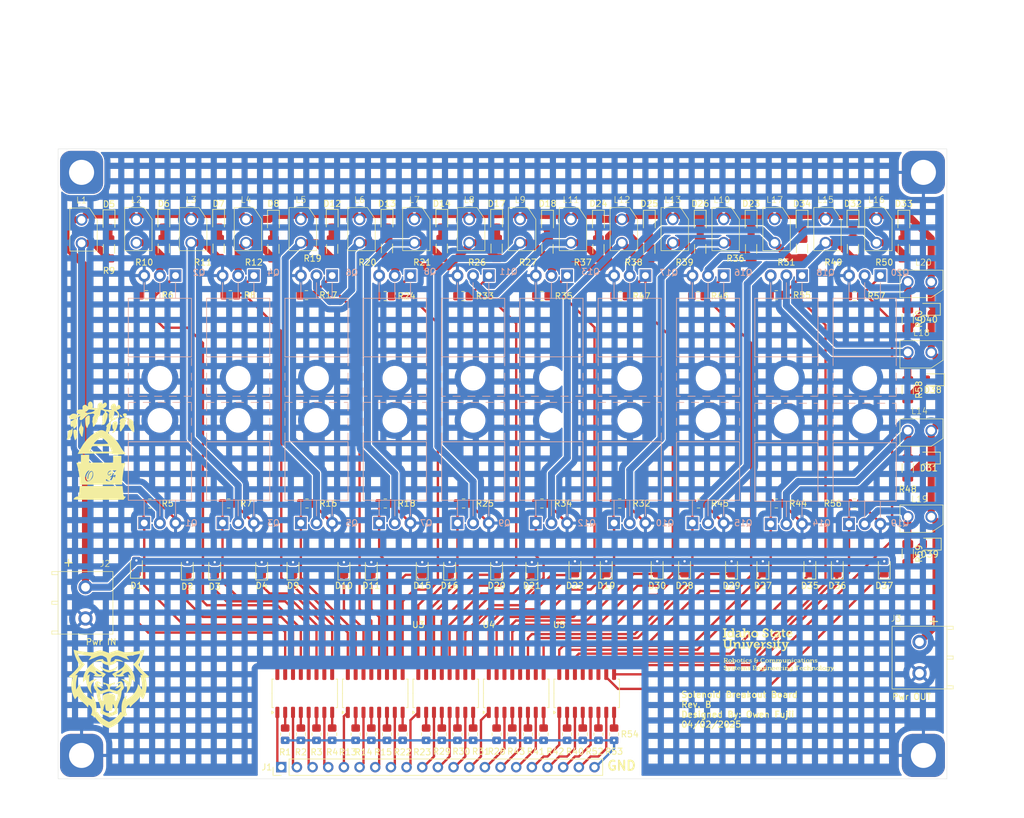
<source format=kicad_pcb>
(kicad_pcb (version 20241229) (generator "pcbnew") (generator_version "9.0")
  (layers (0 "F.Cu" signal) (2 "B.Cu" signal) (13 "F.Paste" user) (15 "B.Paste" user) (5 "F.SilkS" user "F.Silkscreen") (7 "B.SilkS" user "B.Silkscreen") (1 "F.Mask" user) (3 "B.Mask" user) (25 "Edge.Cuts" user))
  (net 0 "")
  (net 1 "Net-(D1-K)")
  (net 2 "+12v")
  (net 3 "Net-(D2-K)")
  (net 4 "Net-(D3-K)")
  (net 5 "Net-(D4-K)")
  (net 6 "Net-(D5-A)")
  (net 7 "Net-(D6-A)")
  (net 8 "Net-(D7-A)")
  (net 9 "Net-(D8-A)")
  (net 10 "Net-(D9-K)")
  (net 11 "Net-(D10-K)")
  (net 12 "Net-(D11-K)")
  (net 13 "Net-(D12-A)")
  (net 14 "Net-(D13-A)")
  (net 15 "Net-(D14-A)")
  (net 16 "Net-(D15-K)")
  (net 17 "Net-(D16-K)")
  (net 18 "Net-(D17-A)")
  (net 19 "Net-(D18-A)")
  (net 20 "Net-(D19-K)")
  (net 21 "Net-(D20-K)")
  (net 22 "A#1")
  (net 23 "A2")
  (net 24 "F1")
  (net 25 "C2")
  (net 26 "C3")
  (net 27 "E2")
  (net 28 "F#1")
  (net 29 "G1")
  (net 30 "D2")
  (net 31 "F2")
  (net 32 "B1")
  (net 33 "A#2")
  (net 34 "C#2")
  (net 35 "GND")
  (net 36 "A1")
  (net 37 "G#1")
  (net 38 "F#2")
  (net 39 "G#2")
  (net 40 "B2")
  (net 41 "G2")
  (net 42 "D#2")
  (net 43 "Net-(D21-K)")
  (net 44 "Net-(D22-K)")
  (net 45 "Net-(D23-A)")
  (net 46 "Net-(D24-A)")
  (net 47 "Net-(D25-A)")
  (net 48 "Net-(D26-A)")
  (net 49 "Net-(D27-K)")
  (net 50 "Net-(D28-K)")
  (net 51 "Net-(D29-K)")
  (net 52 "Net-(D30-K)")
  (net 53 "Net-(D31-A)")
  (net 54 "Net-(D32-A)")
  (net 55 "Net-(D33-A)")
  (net 56 "Net-(D34-A)")
  (net 57 "Net-(D35-K)")
  (net 58 "Net-(D36-K)")
  (net 59 "Net-(D37-K)")
  (net 60 "Net-(D38-A)")
  (net 61 "Net-(D39-A)")
  (net 62 "Net-(D40-A)")
  (net 63 "Chassis_GND")
  (net 64 "Net-(Q1-D)")
  (net 65 "Net-(Q2-D)")
  (net 66 "Net-(Q3-D)")
  (net 67 "Net-(Q4-D)")
  (net 68 "Net-(Q5-D)")
  (net 69 "Net-(Q6-D)")
  (net 70 "Net-(Q7-D)")
  (net 71 "Net-(Q8-D)")
  (net 72 "Net-(Q9-D)")
  (net 73 "Net-(Q10-D)")
  (net 74 "Net-(Q11-D)")
  (net 75 "Net-(Q12-D)")
  (net 76 "Net-(Q13-D)")
  (net 77 "Net-(Q14-D)")
  (net 78 "Net-(Q15-D)")
  (net 79 "Net-(Q16-D)")
  (net 80 "Net-(Q17-D)")
  (net 81 "Net-(Q18-D)")
  (net 82 "Net-(Q19-D)")
  (net 83 "Net-(R1-Pad2)")
  (net 84 "Net-(R2-Pad2)")
  (net 85 "Net-(R3-Pad2)")
  (net 86 "Net-(R4-Pad2)")
  (net 87 "Net-(Q20-D)")
  (net 88 "Net-(Q1-G)")
  (net 89 "Net-(Q2-G)")
  (net 90 "Net-(Q3-G)")
  (net 91 "Net-(Q4-G)")
  (net 92 "Net-(Q5-G)")
  (net 93 "Net-(Q6-G)")
  (net 94 "Net-(Q7-G)")
  (net 95 "Net-(R13-Pad2)")
  (net 96 "Net-(R14-Pad2)")
  (net 97 "Net-(R15-Pad2)")
  (net 98 "Net-(Q8-G)")
  (net 99 "Net-(Q9-G)")
  (net 100 "Net-(Q10-G)")
  (net 101 "Net-(Q11-G)")
  (net 102 "Net-(Q12-G)")
  (net 103 "Net-(Q13-G)")
  (net 104 "Net-(Q14-G)")
  (net 105 "Net-(Q15-G)")
  (net 106 "Net-(Q16-G)")
  (net 107 "Net-(Q17-G)")
  (net 108 "Net-(Q18-G)")
  (net 109 "Net-(Q19-G)")
  (net 110 "Net-(R28-Pad2)")
  (net 111 "Net-(Q20-G)")
  (net 112 "Net-(R22-Pad2)")
  (net 113 "Net-(R23-Pad2)")
  (net 114 "Net-(R29-Pad2)")
  (net 115 "Net-(R30-Pad2)")
  (net 116 "Net-(R31-Pad2)")
  (net 117 "Net-(R40-Pad2)")
  (net 118 "Net-(R41-Pad2)")
  (net 119 "Net-(R42-Pad2)")
  (net 120 "Net-(R43-Pad2)")
  (net 121 "Net-(R52-Pad2)")
  (net 122 "Net-(R53-Pad2)")
  (net 123 "Net-(R54-Pad2)")
  (footprint "Resistor_SMD:R_0805_2012Metric_Pad1.20x1.40mm_HandSolder" (layer "F.Cu") (at 84.82 110.88 180)
    (property "Reference" "R16")
    (property "Value" "1kΩ")
  )
  (footprint "Resistor_SMD:R_0805_2012Metric_Pad1.20x1.40mm_HandSolder" (layer "F.Cu") (at 106.68 148.32 90)
    (property "Reference" "R29")
    (property "Value" "1kΩ")
  )
  (footprint "OF Footprints:Small Expanded TH" (layer "F.Cu") (at 74.93 64.77)
    (property "Reference" "L4")
    (property "Value" "Solenoid")
  )
  (footprint "LED_SMD:LED_0805_2012Metric_Pad1.15x1.40mm_HandSolder" (layer "F.Cu") (at 88.9 65.015 -90)
    (property "Reference" "D12")
    (property "Value" "1N4148")
  )
  (footprint "OF Footprints:6-32 Mount" (layer "F.Cu") (at 48.26 57.15)
    (property "Reference" "REF**")
    (property "Value" "6-32 Mount")
  )
  (footprint "LED_SMD:LED_0805_2012Metric_Pad1.15x1.40mm_HandSolder" (layer "F.Cu") (at 65.405 121.43 90)
    (property "Reference" "D2")
    (property "Value" "LED")
  )
  (footprint "Package_SO:SOP-16_4.4x10.4mm_P1.27mm" (layer "F.Cu") (at 130.175 141.6925 90)
    (property "Reference" "U5")
    (property "Value" "LTV-247")
  )
  (footprint "Resistor_SMD:R_0805_2012Metric_Pad1.20x1.40mm_HandSolder" (layer "F.Cu") (at 84.725 77.075)
    (property "Reference" "R17")
    (property "Value" "1kΩ")
  )
  (footprint "Resistor_SMD:R_0805_2012Metric_Pad1.20x1.40mm_HandSolder" (layer "F.Cu") (at 118.11 148.32 90)
    (property "Reference" "R43")
    (property "Value" "1kΩ")
  )
  (footprint "Resistor_SMD:R_0805_2012Metric_Pad1.20x1.40mm_HandSolder" (layer "F.Cu") (at 135.525 110.88 180)
    (property "Reference" "R32")
    (property "Value" "1kΩ")
  )
  (footprint "OF Footprints:Two_Pin_Screw_Terminal" (layer "F.Cu") (at 48.895 127 -90)
    (property "Reference" "J2")
    (property "Value" "Pwr IN")
  )
  (footprint "LED_SMD:LED_0805_2012Metric_Pad1.15x1.40mm_HandSolder" (layer "F.Cu") (at 181.61 65.16 -90)
    (property "Reference" "D33")
    (property "Value" "1N4148")
  )
  (footprint "Resistor_SMD:R_0805_2012Metric_Pad1.20x1.40mm_HandSolder" (layer "F.Cu") (at 59.325 110.88 180)
    (property "Reference" "R5")
    (property "Value" "1kΩ")
  )
  (footprint "OF Footprints:Small Expanded TH" (layer "F.Cu") (at 119.38 64.77)
    (property "Reference" "L9")
    (property "Value" "Solenoid")
  )
  (footprint "Resistor_SMD:R_1206_3216Metric_Pad1.30x1.75mm_HandSolder" (layer "F.Cu") (at 123.825 69.57 90)
    (property "Reference" "R27")
    (property "Value" "1kΩ-P")
  )
  (footprint "OF Footprints:6-32 Mount" (layer "F.Cu") (at 48.26 151.765)
    (property "Reference" "REF**")
    (property "Value" "6-32 Mount")
  )
  (footprint "OF Footprints:6-32 Mount" (layer "F.Cu") (at 184.785 151.765)
    (property "Reference" "REF**")
    (property "Value" "6-32 Mount")
  )
  (footprint "LED_SMD:LED_0805_2012Metric_Pad1.15x1.40mm_HandSolder" (layer "F.Cu") (at 123.825 65.16 -90)
    (property "Reference" "D18")
    (property "Value" "1N4148")
  )
  (footprint "Resistor_SMD:R_1206_3216Metric_Pad1.30x1.75mm_HandSolder" (layer "F.Cu") (at 79.375 69.57 90)
    (property "Reference" "R12")
    (property "Value" "1kΩ-P")
  )
  (footprint "Resistor_SMD:R_0805_2012Metric_Pad1.20x1.40mm_HandSolder" (layer "F.Cu") (at 110.125 77.225)
    (property "Reference" "R33")
    (property "Value" "1kΩ")
  )
  (footprint "Resistor_SMD:R_0805_2012Metric_Pad1.20x1.40mm_HandSolder" (layer "F.Cu") (at 122.92 110.88 180)
    (property "Reference" "R34")
    (property "Value" "1kΩ")
  )
  (footprint "Resistor_SMD:R_0805_2012Metric_Pad1.20x1.40mm_HandSolder" (layer "F.Cu") (at 115.57 148.32 90)
    (property "Reference" "R28")
    (property "Value" "1kΩ")
  )
  (footprint "Resistor_SMD:R_1206_3216Metric_Pad1.30x1.75mm_HandSolder" (layer "F.Cu") (at 132.08 69.57 90)
    (property "Reference" "R37")
    (property "Value" "1kΩ-P")
  )
  (footprint "Resistor_SMD:R_0805_2012Metric_Pad1.20x1.40mm_HandSolder" (layer "F.Cu") (at 160.925 110.88 180)
    (property "Reference" "R44")
    (property "Value" "1kΩ")
  )
  (footprint "Package_SO:SOP-16_4.4x10.4mm_P1.27mm" (layer "F.Cu") (at 118.745 141.6925 90)
    (property "Reference" "U4")
    (property "Value" "LTV-247")
  )
  (footprint "Resistor_SMD:R_1206_3216Metric_Pad1.30x1.75mm_HandSolder" (layer "F.Cu") (at 182.245 92.43 -90)
    (property "Reference" "R58")
    (property "Value" "1kΩ-P")
  )
  (footprint "OF Footprints:Small Expanded TH" (layer "F.Cu") (at 186.055 74.93 -90)
    (property "Reference" "L20")
    (property "Value" "Solenoid")
  )
  (footprint "Resistor_SMD:R_0805_2012Metric_Pad1.20x1.40mm_HandSolder" (layer "F.Cu") (at 173.625 110.88 180)
    (property "Reference" "R56")
    (property "Value" "1kΩ")
  )
  (footprint "Resistor_SMD:R_0805_2012Metric_Pad1.20x1.40mm_HandSolder" (layer "F.Cu") (at 122.92 77.225)
    (property "Reference" "R35")
    (property "Value" "1kΩ")
  )
  (footprint "LED_SMD:LED_0805_2012Metric_Pad1.15x1.40mm_HandSolder" (layer "F.Cu") (at 185.81 117.475 180)
    (property "Reference" "D39")
    (property "Value" "1N4148")
  )
  (footprint "LED_SMD:LED_0805_2012Metric_Pad1.15x1.40mm_HandSolder" (layer "F.Cu") (at 121.285 121.43 90)
    (property "Reference" "D21")
    (property "Value" "LED")
  )
  (footprint "LED_SMD:LED_0805_2012Metric_Pad1.15x1.40mm_HandSolder" (layer "F.Cu") (at 95.25 121.43 90)
    (property "Reference" "D11")
    (property "Value" "LED")
  )
  (footprint "OF Footprints:Small Expanded TH" (layer "F.Cu") (at 186.055 99.06 -90)
    (property "Reference" "L14")
    (property "Value" "Solenoid")
  )
  (footprint "LED_SMD:LED_0805_2012Metric_Pad1.15x1.40mm_HandSolder" (layer "F.Cu") (at 69.85 121.43 90)
    (property "Reference" "D3")
    (property "Value" "LED")
  )
  (footprint "Resistor_SMD:R_0805_2012Metric_Pad1.20x1.40mm_HandSolder" (layer "F.Cu") (at 83.82 148.32 90)
    (property "Reference" "R2")
    (property "Value" "1kΩ")
  )
  (footprint "Resistor_SMD:R_0805_2012Metric_Pad1.20x1.40mm_HandSolder" (layer "F.Cu") (at 97.52 77.225)
    (property "Reference" "R24")
    (property "Value" "1kΩ")
  )
  (footprint "Resistor_SMD:R_1206_3216Metric_Pad1.30x1.75mm_HandSolder" (layer "F.Cu") (at 181.61 69.57 90)
    (property "Reference" "R50")
    (property "Value" "1kΩ-P")
  )
  (footprint "LED_SMD:LED_0805_2012Metric_Pad1.15x1.40mm_HandSolder" (layer "F.Cu") (at 170.815 121.285 90)
    (property "Reference" "D36")
    (property "Value" "LED")
  )
  (footprint "Resistor_SMD:R_1206_3216Metric_Pad1.30x1.75mm_HandSolder" (layer "F.Cu") (at 148.59 69.57 90)
    (property "Reference" "R39")
    (property "Value" "1kΩ-P")
  )
  (footprint "Resistor_SMD:R_1206_3216Metric_Pad1.30x1.75mm_HandSolder" (layer "F.Cu") (at 173.355 69.57 90)
    (property "Reference" "R49")
    (property "Value" "1kΩ-P")
  )
  (footprint "LED_SMD:LED_0805_2012Metric_Pad1.15x1.40mm_HandSolder" (layer "F.Cu") (at 82.55 121.43 90)
    (property "Reference" "D9")
    (property "Value" "LED")
  )
  (footprint "Logos:ISU 1inch" (layer "F.Cu") (at 158.223517 134.550378)
    (property "Reference" "G***")
    (property "Value" "LOGO" (hide yes))
  )
  (footprint "Resistor_SMD:R_0805_2012Metric_Pad1.20x1.40mm_HandSolder" (layer "F.Cu") (at 120.65 148.32 90)
    (property "Reference" "R41")
    (property "Value" "1kΩ")
  )
  (footprint "OF Footprints:Small Expanded TH" (layer "F.Cu") (at 152.4 64.77)
    (property "Reference" "L10")
    (property "Value" "Solenoid")
  )
  (footprint "LED_SMD:LED_0805_2012Metric_Pad1.15x1.40mm_HandSolder" (layer "F.Cu") (at 166.37 121.285 90)
    (property "Reference" "D35")
    (property "Value" "LED")
  )
  (footprint "LED_SMD:LED_0805_2012Metric_Pad1.15x1.40mm_HandSolder" (layer "F.Cu") (at 153.67 121.285 90)
    (property "Reference" "D29")
    (property "Value" "LED")
  )
  (footprint "Resistor_SMD:R_0805_2012Metric_Pad1.20x1.40mm_HandSolder" (layer "F.Cu") (at 110.22 110.88 180)
    (property "Reference" "R25")
    (property "Value" "1kΩ")
  )
  (footprint "Resistor_SMD:R_1206_3216Metric_Pad1.30x1.75mm_HandSolder" (layer "F.Cu") (at 97.79 69.495 90)
    (property "Reference" "R20")
    (property "Value" "1kΩ-P")
  )
  (footprint "OF Footprints:Small Expanded TH" (layer "F.Cu") (at 144.145 64.77)
    (property "Reference" "L13")
    (property "Value" "Solenoid")
  )
  (footprint "Resistor_SMD:R_0805_2012Metric_Pad1.20x1.40mm_HandSolder" (layer "F.Cu") (at 129.54 148.32 90)
    (property "Reference" "R52")
    (property "Value" "1kΩ")
  )
  (footprint "LED_SMD:LED_0805_2012Metric_Pad1.15x1.40mm_HandSolder" (layer "F.Cu") (at 165.1 65.16 -90)
    (property "Reference" "D34")
    (property "Value" "1N4148")
  )
  (footprint "Resistor_SMD:R_1206_3216Metric_Pad1.30x1.75mm_HandSolder" (layer "F.Cu") (at 52.705 69.57 90)
    (property "Reference" "R9")
    (property "Value" "1kΩ-P")
  )
  (footprint "OF Footprints:Small Expanded TH" (layer "F.Cu") (at 102.235 64.77)
    (property "Reference" "L7")
    (property "Value" "Solenoid")
  )
  (footprint "Resistor_SMD:R_0805_2012Metric_Pad1.20x1.40mm_HandSolder" (layer "F.Cu") (at 148.32 110.88 180)
    (property "Reference" "R45")
    (property "Value" "1kΩ")
  )
  (footprint "Resistor_SMD:R_0805_2012Metric_Pad1.20x1.40mm_HandSolder" (layer "F.Cu") (at 100.33 148.32 90)
    (property "Reference" "R22")
    (property "Value" "1kΩ")
  )
  (footprint "Resistor_SMD:R_0805_2012Metric_Pad1.20x1.40mm_HandSolder" (layer "F.Cu") (at 148.225 77.225)
    (property "Reference" "R46")
    (property "Value" "1kΩ")
  )
  (footprint "OF Footprints:Small Expanded TH" (layer "F.Cu") (at 83.82 64.77)
    (property "Reference" "L5")
    (property "Value" "Solenoid")
  )
  (footprint "LED_SMD:LED_0805_2012Metric_Pad1.15x1.40mm_HandSolder" (layer "F.Cu") (at 141.605 121.285 90)
    (property "Reference" "D30")
    (property "Value" "LED")
  )
  (footprint "LED_SMD:LED_0805_2012Metric_Pad1.15x1.40mm_HandSolder" (layer "F.Cu") (at 158.75 121.285 90)
    (property "Reference" "D27")
    (property "Value" "LED")
  )
  (footprint "Resistor_SMD:R_0805_2012Metric_Pad1.20x1.40mm_HandSolder" (layer "F.Cu") (at 81.28 148.32 90)
    (property "Reference" "R1")
    (property "Value" "1kΩ")
  )
  (footprint "Resistor_SMD:R_0805_2012Metric_Pad1.20x1.40mm_HandSolder" (layer "F.Cu") (at 95.25 148.32 90)
    (property "Reference" "R14")
    (property "Value" "1kΩ")
  )
  (footprint "LED_SMD:LED_0805_2012Metric_Pad1.15x1.40mm_HandSolder" (layer "F.Cu") (at 156.845 65.16 -90)
    (property "Reference" "D23")
    (property "Value" "1N4148")
  )
  (footprint "LED_SMD:LED_0805_2012Metric_Pad1.15x1.40mm_HandSolder" (layer "F.Cu") (at 173.355 65.16 -90)
    (property "Reference" "D32")
    (property "Value" "1N4148")
  )
  (footprint "LED_SMD:LED_0805_2012Metric_Pad1.15x1.40mm_HandSolder" (layer "F.Cu") (at 77.47 121.43 90)
    (property "Reference" "D4")
    (property "Value" "LED")
  )
  (footprint "OF Footprints:Small Expanded TH" (layer "F.Cu") (at 48.26 64.845)
    (property "Reference" "L1")
    (property "Value" "Solenoid")
  )
  (footprint "OF Footprints:Small Expanded TH" (layer "F.Cu") (at 160.655 64.77)
    (property "Reference" "L17")
    (property "Value" "Solenoid")
  )
  (footprint "Resistor_SMD:R_1206_3216Metric_Pad1.30x1.75mm_HandSolder" (layer "F.Cu") (at 106.68 69.495 90)
    (property "Reference" "R21")
    (property "Value" "1kΩ-P")
  )
  (footprint "Logos:Bengal Head .5x.5" (layer "F.Cu") (at 52.705 140.97)
    (property "Reference" "G***")
    (property "Value" "LOGO" (hide yes))
  )
  (footprint "LED_SMD:LED_0805_2012Metric_Pad1.15x1.40mm_HandSolder" (layer "F.Cu") (at 146.05 121.285 90)
    (property "Reference" "D28")
    (property "Value" "LED")
  )
  (footprint "Resistor_SMD:R_0805_2012Metric_Pad1.20x1.40mm_HandSolder" (layer "F.Cu") (at 173.625 77.225)
    (property "Reference" "R57")
    (property "Value" "1kΩ")
  )
  (footprint "OF Footprints:Small Expanded TH" (layer "F.Cu") (at 177.165 64.77)
    (property "Reference" "L16")
    (property "Value" "Solenoid")
  )
  (footprint "LED_SMD:LED_0805_2012Metric_Pad1.15x1.40mm_HandSolder" (layer "F.Cu") (at 90.805 121.43 90)
    (property "Reference" "D10")
    (property "Value" "LED")
  )
  (footprint "Resistor_SMD:R_0805_2012Metric_Pad1.20x1.40mm_HandSolder" (layer "F.Cu") (at 109.22 148.32 90)
    (property "Reference" "R30")
    (property "Value" "1kΩ")
  )
  (footprint "OF Footprints:Small Expanded TH" (layer "F.Cu") (at 57.15 64.77)
    (property "Reference" "L2")
    (property "Value" "Solenoid")
  )
  (footprint "LED_SMD:LED_0805_2012Metric_Pad1.15x1.40mm_HandSolder" (layer "F.Cu") (at 103.505 121.43 90)
    (property "Reference" "D15")
    (property "Value" "LED")
  )
  (footprint "Connector_PinHeader_2.54mm:PinHeader_1x21_P2.54mm_Vertical" (layer "F.Cu") (at 80.645 153.67 90)
    (property "Reference" "J1")
    (property "Value" "Solenoid In")
  )
  (footprint "Resistor_SMD:R_0805_2012Metric_Pad1.20x1.40mm_HandSolder" (layer "F.Cu") (at 88.9 148.32 90)
    (property "Reference" "R4")
    (property "Value" "1kΩ")
  )
  (footprint "LED_SMD:LED_0805_2012Metric_Pad1.15x1.40mm_HandSolder" (layer "F.Cu") (at 185.665 79.375 180)
    (property "Reference" "D40")
    (property "Value" "1N4148")
  )
  (footprint "Resistor_SMD:R_0805_2012Metric_Pad1.20x1.40mm_HandSolder" (layer "F.Cu") (at 135.62 77.225)
    (property "Reference" "R47")
    (property "Value" "1kΩ")
  )
  (footprint "Resistor_SMD:R_1206_3216Metric_Pad1.30x1.75mm_HandSolder" (layer "F.Cu") (at 165.1 69.495 90)
    (property "Reference" "R51")
    (property "Value" "1kΩ-P")
  )
  (footprint "Resistor_SMD:R_1206_3216Metric_Pad1.30x1.75mm_HandSolder" (layer "F.Cu") (at 140.335 69.57 90)
    (property "Reference" "R38")
    (property "Value" "1kΩ-P")
  )
  (footprint "Resistor_SMD:R_1206_3216Metric_Pad1.30x1.75mm_HandSolder" (layer "F.Cu") (at 182.245 80.925 -90)
    (property "Reference" "R60")
    (property "Value" "1kΩ-P")
  )
  (footprint "Resistor_SMD:R_0805_2012Metric_Pad1.20x1.40mm_HandSolder" (layer "F.Cu") (at 97.79 148.32 90)
    (property "Reference" "R15")
    (property "Value" "1kΩ")
  )
  (footprint "LED_SMD:LED_0805_2012Metric_Pad1.15x1.40mm_HandSolder" (layer "F.Cu") (at 79.375 65.16 -90)
    (property "Reference" "D8")
    (property "Value" "1N4148")
  )
  (footprint "OF Footprints:Small Expanded TH" (layer "F.Cu") (at 66.04 64.77)
    (property "Reference" "L3")
    (property "Value" "Solenoid")
  )
  (footprint "OF Footprints:Small Expanded TH" (layer "F.Cu") (at 186.055 113.03 -90)
    (property "Reference" "L19")
    (property "Value" "Solenoid")
  )
  (footprint "Resistor_SMD:R_0805_2012Metric_Pad1.20x1.40mm_HandSolder" (layer "F.Cu") (at 86.36 148.32 90)
    (property "Reference" "R3")
    (property "Value" "1kΩ")
  )
  (footprint "LED_SMD:LED_0805_2012Metric_Pad1.15x1.40mm_HandSolder" (layer "F.Cu") (at 148.59 65.16 -90)
    (property "Reference" "D26")
    (property "Value" "1N4148")
  )
  (footprint "LED_SMD:LED_0805_2012Metric_Pad1.15x1.40mm_HandSolder" (layer "F.Cu") (at 185.665 103.505 180)
    (property "Reference" "D31")
    (property "Value" "1N4148")
  )
  (footprint "OF Footprints:Small Expanded TH" (layer "F.Cu") (at 93.345 64.77)
    (property "Reference" "L6")
    (property "Value" "Solenoid")
  )
  (footprint "LED_SMD:LED_0805_2012Metric_Pad1.15x1.40mm_HandSolder" (layer "F.Cu") (at 128.27 121.285 90)
    (property "Reference" "D22")
    (property "Value" "LED")
  )
  (footprint "LED_SMD:LED_0805_2012Metric_Pad1.15x1.40mm_HandSolder" (layer "F.Cu") (at 115.57 121.43 90)
    (property "Reference" "D20")
    (property "Value" "LED")
  )
  (footprint "LED_SMD:LED_0805_2012Metric_Pad1.15x1.40mm_HandSolder" (layer "F.Cu") (at 133.35 121.285 90)
    (property "Reference" "D19")
    (property "Value" "LED")
  )
  (footprint "Resistor_SMD:R_0805_2012Metric_Pad1.20x1.40mm_HandSolder" (layer "F.Cu") (at 104.14 148.32 90)
    (property "Reference" "R23")
    (property "Value" "1kΩ")
  )
  (footprint "Resistor_SMD:R_1206_3216Metric_Pad1.30x1.75mm_HandSolder" (layer "F.Cu") (at 88.9 69.57 90)
    (property "Reference" "R19")
    (property "Value" "1kΩ-P")
  )
  (footprint "OF Footprints:Small Expanded TH" (layer "F.Cu") (at 111.125 64.77)
    (property "Reference" "L8")
    (property "Value" "Solenoid")
  )
  (footprint "Package_SO:SOP-16_4.4x10.4mm_P1.27mm" (layer "F.Cu") (at 107.315 141.6925 90)
    (property "Reference" "U3")
    (property "Value" "LTV-247")
  )
  (footprint "Resistor_SMD:R_0805_2012Metric_Pad1.20x1.40mm_HandSolder" (layer "F.Cu") (at 97.52 110.88 180)
    (property "Reference" "R18")
    (property "Value" "1kΩ")
  )
  (footprint "Resistor_SMD:R_0805_2012Metric_Pad1.20x1.40mm_HandSolder" (layer "F.Cu") (at 127 148.32 90)
    (property "Reference" "R40")
    (property "Value" "1kΩ")
  )
  (footprint "LED_SMD:LED_0805_2012Metric_Pad1.15x1.40mm_HandSolder" (layer "F.Cu") (at 107.95 121.43 90)
    (property "Reference" "D16")
    (property "Value" "LED")
  )
  (footprint "Resistor_SMD:R_0805_2012Metric_Pad1.20x1.40mm_HandSolder" (layer "F.Cu") (at 132.08 148.32 90)
    (property "Reference" "R53")
    (property "Value" "1kΩ")
  )
  (footprint "LED_SMD:LED_0805_2012Metric_Pad1.15x1.40mm_HandSolder" (layer "F.Cu") (at 57.15 121.1505 90)
    (property "Reference" "D1")
    (property "Value" "LED")
  )
  (footprint "Resistor_SMD:R_1206_3216Metric_Pad1.30x1.75mm_HandSolder" (layer "F.Cu") (at 70.485 69.495 90)
    (property "Reference" "R11")
    (property "Value" "1kΩ-P")
  )
  (footprint "OF Footprints:6-32 Mount" (layer "F.Cu") (at 184.785 57.15)
    (property "Reference" "REF**")
    (property "Value" "6-32 Mount")
  )
  (footprint "Package_SO:SOP-16_4.4x10.4mm_P1.27mm" (layer "F.Cu") (at 95.885 141.6925 90)
    (property "Reference" "U2" (hide yes))
    (property "Value" "LTV-247")
  )
  (footprint "Resistor_SMD:R_0805_2012Metric_Pad1.20x1.40mm_HandSolder" (layer "F.Cu") (at 72.39 77.075)
    (property "Reference" "R8")
    (property "Value" "1kΩ")
  )
  (footprint "Resistor_SMD:R_0805_2012Metric_Pad1.20x1.40mm_HandSolder" (layer "F.Cu") (at 92.71 148.32 90)
    (property "Reference" "R13")
    (property "Value" "1kΩ")
  )
  (footprint "OF Footprints:Small Expanded TH" (layer "F.Cu") (at 168.91 64.77)
    (property "Reference" "L15")
    (property "Value" "Solenoid")
  )
  (footprint "OF Footprints:Small Expanded TH" (layer "F.Cu") (at 135.89 64.77)
    (property "Reference" "L12")
    (property "Value" "Solenoid")
  )
  (footprint "Package_SO:SOP-16_4.4x10.4mm_P1.27mm" (layer "F.Cu") (at 84.455 141.6925 90)
    (property "Reference" "U1" (hide yes))
    (property "Value" "LTV-247")
  )
  (footprint "LED_SMD:LED_0805_2012Metric_Pad1.15x1.40mm_HandSolder" (layer "F.Cu") (at 140.335 65.16 -90)
    (property "Reference" "D25")
    (property "Value" "1N4148")
  )
  (footprint "LED_SMD:LED_0805_2012Metric_Pad1.15x1.40mm_HandSolder" (layer "F.Cu") (at 61.595 65.015 -90)
    (property "Reference" "D6")
    (property "Value" "1N4148")
  )
  (footprint "LED_SMD:LED_0805_2012Metric_Pad1.15x1.40mm_HandSolder" (layer "F.Cu") (at 178.435 121.285 90)
    (property "Reference" "D37")
    (property "Value" "LED")
  )
  (footprint "Resistor_SMD:R_0805_2012Metric_Pad1.20x1.40mm_HandSolder" (layer "F.Cu") (at 72.12 110.88 180)
    (property "Reference" "R7")
    (property "Value" "1kΩ")
  )
  (footprint "Resistor_SMD:R_1206_3216Metric_Pad1.30x1.75mm_HandSolder" (layer "F.Cu") (at 61.595 69.495 90)
    (property "Reference" "R10")
    (property "Value" "1kΩ-P")
  )
  (footprint "Resistor_SMD:R_1206_3216Metric_Pad1.30x1.75mm_HandSolder" (layer "F.Cu") (at 182.245 119.025 -90)
    (property "Reference" "R59")
    (property "Value" "1kΩ-P")
  )
  (footprint "Resistor_SMD:R_0805_2012Metric_Pad1.20x1.40mm_HandSolder" (layer "F.Cu") (at 160.925 77.075)
    (property "Reference" "R55")
    (property "Value" "1kΩ")
  )
  (footprint "Resistor_SMD:R_0805_2012Metric_Pad1.20x1.40mm_HandSolder" (layer "F.Cu") (at 111.76 148.32 90)
    (property "Reference" "R31")
    (property "Value" "1kΩ")
  )
  (footprint "OF Footprints:Two_Pin_Screw_Terminal" (layer "F.Cu") (at 184.15 135.89 90)
    (property "Reference" "J3")
    (property "Value" "Pwr OUT")
  )
  (footprint "LED_SMD:LED_0805_2012Metric_Pad1.15x1.40mm_HandSolder" (layer "F.Cu") (at 70.485 65.015 -90)
    (property "Reference" "D7")
    (property "Value" "1N4148")
  )
  (footprint "Resistor_SMD:R_1206_3216Metric_Pad1.30x1.75mm_HandSolder" (layer "F.Cu") (at 115.57 69.495 90)
    (property "Reference" "R26")
    (property "Value" "1kΩ-P")
  )
  (footprint "Resistor_SMD:R_1206_3216Metric_Pad1.30x1.75mm_HandSolder" (layer "F.Cu") (at 182.245 105.13 -90)
    (property "Reference" "R48")
    (property "Value" "1kΩ-P")
  )
  (footprint "Resistor_SMD:R_0805_2012Metric_Pad1.20x1.40mm_HandSolder" (layer "F.Cu") (at 134.62 148.32 90)
    (property "Reference" "R54")
    (property "Value" "1kΩ")
  )
  (footprint "LED_SMD:LED_0805_2012Metric_Pad1.15x1.40mm_HandSolder" (layer "F.Cu") (at 186.3 90.805 180)
    (property "Reference" "D38")
    (property "Value" "1N4148")
  )
  (footprint "OF Footprints:Small Expanded TH" (layer "F.Cu") (at 127.635 64.77)
    (property "Reference" "L11")
    (property "Value" "Solenoid")
  )
  (footprint "Resistor_SMD:R_1206_3216Metric_Pad1.30x1.75mm_HandSolder" (layer "F.Cu") (at 156.845 69.57 90)
    (property "Reference" "R36")
    (property "Value" "1kΩ-P")
  )
  (footprint "OF Footprints:Small Expanded TH" (layer "F.Cu") (at 186.055 86.36 -90)
    (property "Reference" "L18")
    (property "Value" "Solenoid")
  )
  (footprint "Logos:Wisteria Logo .75x.75" (layer "F.Cu") (at 51.435 102.235)
    (property "Reference" "G***")
    (property "Value" "LOGO" (hide yes))
  )
  (footprint "LED_SMD:LED_0805_2012Metric_Pad1.15x1.40mm_HandSolder" (layer "F.Cu") (at 115.57 65.015 -90)
    (property "Reference" "D17")
    (property "Value" "1N4148")
  )
  (footprint "Resistor_SMD:R_0805_2012Metric_Pad1.20x1.40mm_HandSolder" (layer "F.Cu") (at 58.785 77.075)
    (property "Reference" "R6")
    (property "Value" "1kΩ")
  )
  (footprint "LED_SMD:LED_0805_2012Metric_Pad1.15x1.40mm_HandSolder" (layer "F.Cu") (at 106.68 65.015 -90)
    (property "Reference" "D14")
    (property "Value" "1N4148")
  )
  (footprint "Resistor_SMD:R_0805_2012Metric_Pad1.20x1.40mm_HandSolder" (layer "F.Cu") (at 123.19 148.32 90)
    (property "Reference" "R42")
    (property "Value" "1kΩ")
  )
  (footprint "LED_SMD:LED_0805_2012Metric_Pad1.15x1.40mm_HandSolder" (layer "F.Cu") (at 132.08 65.16 -90)
    (property "Reference" "D24")
    (property "Value" "1N4148")
  )
  (footprint "LED_SMD:LED_0805_2012Metric_Pad1.15x1.40mm_HandSolder" (layer "F.Cu") (at 97.79 65.015 -90)
    (property "Reference" "D13")
    (property "Value" "1N4148")
  )
  (footprint "LED_SMD:LED_0805_2012Metric_Pad1.15x1.40mm_HandSolder" (layer "F.Cu") (at 52.705 65.09 -90)
    (property "Reference" "D5")
    (property "Value" "1N4148")
  )
  (footprint "Package_TO_SOT_THT:TO-220-3_Horizontal_TabUp" (layer "B.Cu") (at 83.82 114.055)
    (property "Reference" "Q5")
    (property "Value" "IRF540N")
  )
  (footprint "Package_TO_SOT_THT:TO-220-3_Horizontal_TabUp" (layer "B.Cu") (at 160.02 114.205)
    (property "Reference" "Q14")
    (property "Value" "IRF540N")
  )
  (footprint "Package_TO_SOT_THT:TO-220-3_Horizontal_TabUp" (layer "B.Cu") (at 96.52 114.055)
    (property "Reference" "Q7")
    (property "Value" "IRF540N")
  )
  (footprint "Package_TO_SOT_THT:TO-220-3_Horizontal_TabUp" (layer "B.Cu") (at 101.6 73.9 180)
    (property "Reference" "Q8")
    (property "Value" "IRF540N")
  )
  (footprint "Package_TO_SOT_THT:TO-220-3_Horizontal_TabUp" (layer "B.Cu") (at 114.3 73.9 180)
    (property "Reference" "Q11")
    (property "Value" "IRF540N")
  )
  (footprint "Package_TO_SOT_THT:TO-220-3_Horizontal_TabUp" (layer "B.Cu") (at 172.72 114.205)
    (property "Reference" "Q19")
    (property "Value" "IRF540N")
  )
  (footprint "Package_TO_SOT_THT:TO-220-3_Horizontal_TabUp" (layer "B.Cu") (at 147.32 114.055)
    (property "Reference" "Q15")
    (property "Value" "IRF540N")
  )
  (footprint "Package_TO_SOT_THT:TO-220-3_Horizontal_TabUp" (layer "B.Cu") (at 127 73.9 180)
    (property "Reference" "Q13")
    (property "Value" "IRF540N")
  )
  (footprint "Package_TO_SOT_THT:TO-220-3_Horizontal_TabUp" (layer "B.Cu") (at 121.92 114.055)
    (property "Reference" "Q12")
    (property "Value" "IRF540N")
  )
  (footprint "Package_TO_SOT_THT:TO-220-3_Horizontal_TabUp" (layer "B.Cu") (at 177.8 73.9 180)
    (property "Reference" "Q20")
    (property "Value" "IRF540N")
  )
  (footprint "Package_TO_SOT_THT:TO-220-3_Horizontal_TabUp" (layer "B.Cu") (at 152.4 73.9 180)
    (property "Reference" "Q16")
    (property "Value" "IRF540N")
  )
  (footprint "Package_TO_SOT_THT:TO-220-3_Horizontal_TabUp" (layer "B.Cu") (at 109.22 114.055)
    (property "Reference" "Q9")
    (property "Value" "IRF540N")
  )
  (footprint "Package_TO_SOT_THT:TO-220-3_Horizontal_TabUp" (layer "B.Cu") (at 88.9 73.9 180)
    (property "Reference" "Q6")
    (property "Value" "IRF540N")
  )
  (footprint "Package_TO_SOT_THT:TO-220-3_Horizontal_TabUp" (layer "B.Cu") (at 63.5 73.9 180)
    (property "Reference" "Q2")
    (property "Value" "IRF540N")
  )
  (footprint "Package_TO_SOT_THT:TO-220-3_Horizontal_TabUp" (layer "B.Cu") (at 71.12 114.055)
    (property "Reference" "Q3")
    (property "Value" "IRF540N")
  )
  (footprint "Package_TO_SOT_THT:TO-220-3_Horizontal_TabUp" (layer "B.Cu") (at 139.7 73.9 180)
    (property "Reference" "Q17")
    (property "Value" "IRF540N")
  )
  (footprint "Package_TO_SOT_THT:TO-220-3_Horizontal_TabUp" (layer "B.Cu") (at 165.1 73.9 180)
    (property "Reference" "Q18")
    (property "Value" "IRF540N")
  )
  (footprint "Package_TO_SOT_THT:TO-220-3_Horizontal_TabUp" (layer "B.Cu") (at 58.42 114.055)
    (property "Reference" "Q1")
    (property "Value" "IRF540N")
  )
  (footprint "Package_TO_SOT_THT:TO-220-3_Horizontal_TabUp" (layer "B.Cu") (at 76.2 73.9 180)
    (property "Reference" "Q4")
    (property "Value" "IRF540N")
  )
  (footprint "Package_TO_SOT_THT:TO-220-3_Horizontal_TabUp" (layer "B.Cu") (at 134.62 114.055)
    (property "Reference" "Q10")
    (property "Value" "IRF540N")
  )
  (gr_rect (start 44.45 53.34) (end 188.595 155.575) (stroke (width 0.05)) (fill no) (layer "Edge.Cuts"))
  (gr_text "+" (at 45.085 121.285 0) (layer "F.SilkS") (effects (font (size 1.524 1.524) (thickness 0.1778) (bold yes)) (justify left bottom)))
  (gr_text "+" (at 185.42 130.81 0) (layer "F.SilkS") (effects (font (size 1.524 1.524) (thickness 0.1778) (bold yes)) (justify left bottom)))
  (gr_text "GND" (at 133.35 154.305 0) (layer "F.SilkS") (effects (font (size 1.5 1.5) (thickness 0.3) (bold yes)) (justify left bottom)))
  (gr_text "Solenoid Breakout Board\nRev. B\nDesigned By: Owen Fujii\n04/02/2025" (at 145.415 147.32 0) (layer "F.SilkS") (effects (font (size 1 1) (thickness 0.1778) (bold yes)) (justify left bottom)))
  (segment (start 57.15 129.93) (end 57.15 122.1755) (width 0.381) (layer "F.Cu") (net 1))
  (segment (start 59.055 131.835) (end 57.15 129.93) (width 0.381) (layer "F.Cu") (net 1))
  (segment (start 80.01 138.605) (end 80.01 132.645) (width 0.381) (layer "F.Cu") (net 1))
  (segment (start 79.2 131.835) (end 59.055 131.835) (width 0.381) (layer "F.Cu") (net 1))
  (segment (start 80.01 132.645) (end 79.2 131.835) (width 0.381) (layer "F.Cu") (net 1))
  (segment (start 132.715 64.77) (end 132.08 64.135) (width 1.143) (layer "F.Cu") (net 2))
  (segment (start 79.375 64.135) (end 83.185 64.135) (width 1.143) (layer "F.Cu") (net 2))
  (segment (start 56.445 64.065) (end 57.15 64.77) (width 1.143) (layer "F.Cu") (net 2))
  (segment (start 83.82 64.77) (end 84.6 63.99) (width 1.143) (layer "F.Cu") (net 2))
  (segment (start 106.68 63.99) (end 110.345 63.99) (width 1.143) (layer "F.Cu") (net 2))
  (segment (start 186.055 74.93) (end 186.055 78.74) (width 1.143) (layer "F.Cu") (net 2))
  (segment (start 57.93 63.99) (end 61.595 63.99) (width 1.143) (layer "F.Cu") (net 2))
  (segment (start 168.275 64.135) (end 168.91 64.77) (width 1.143) (layer "F.Cu") (net 2))
  (segment (start 181.61 64.135) (end 182.31 64.135) (width 1.143) (layer "F.Cu") (net 2))
  (segment (start 186.835 130.665) (end 186.835 117.475) (width 1.143) (layer "F.Cu") (net 2))
  (segment (start 165.1 64.135) (end 168.275 64.135) (width 1.143) (layer "F.Cu") (net 2))
  (segment (start 135.89 64.77) (end 136.525 64.77) (width 1.143) (layer "F.Cu") (net 2))
  (segment (start 74.15 63.99) (end 74.93 64.77) (width 1.143) (layer "F.Cu") (net 2))
  (segment (start 106.68 63.99) (end 103.015 63.99) (width 1.143) (layer "F.Cu") (net 2))
  (segment (start 83.185 64.135) (end 83.82 64.77) (width 1.143) (layer "F.Cu") (net 2))
  (segment (start 186.055 86.36) (end 186.055 80.01) (width 1.143) (layer "F.Cu") (net 2))
  (segment (start 74.93 64.77) (end 78.74 64.77) (width 1.143) (layer "F.Cu") (net 2))
  (segment (start 176.53 64.135) (end 177.165 64.77) (width 1.143) (layer "F.Cu") (net 2))
  (segment (start 137.16 64.135) (end 140.335 64.135) (width 1.143) (layer "F.Cu") (net 2))
  (segment (start 160.02 64.135) (end 160.655 64.77) (width 1.143) (layer "F.Cu") (net 2))
  (segment (start 46.28 64.845) (end 48.26 64.845) (width 1.143) (layer "F.Cu") (net 2))
  (segment (start 186.055 80.01) (end 186.69 79.375) (width 1.143) (layer "F.Cu") (net 2))
  (segment (start 101.455 63.99) (end 102.235 64.77) (width 1.143) (layer "F.Cu") (net 2))
  (segment (start 184.15 133.35) (end 186.835 130.665) (width 1.143) (layer "F.Cu") (net 2))
  (segment (start 148.59 64.135) (end 151.765 64.135) (width 1.143) (layer "F.Cu") (net 2))
  (segment (start 177.8 64.135) (end 177.165 64.77) (width 1.143) (layer "F.Cu") (net 2))
  (segment (start 169.545 64.135) (end 168.91 64.77) (width 1.143) (layer "F.Cu") (net 2))
  (segment (start 128.27 64.135) (end 127.635 64.77) (width 1.143) (layer "F.Cu") (net 2))
  (segment (start 93.345 64.77) (end 94.125 63.99) (width 1.143) (layer "F.Cu") (net 2))
  (segment (start 135.89 64.77) (end 132.715 64.77) (width 1.143) (layer "F.Cu") (net 2))
  (segment (start 115.57 63.99) (end 118.6 63.99) (width 1.143) (layer "F.Cu") (net 2))
  (segment (start 186.835 117.475) (end 186.835 113.81) (width 1.143) (layer "F.Cu") (net 2))
  (segment (start 57.15 64.77) (end 57.93 63.99) (width 1.143) (layer "F.Cu") (net 2))
  (segment (start 115.57 63.99) (end 111.905 63.99) (width 1.143) (layer "F.Cu") (net 2))
  (segment (start 186.055 102.87) (end 186.69 103.505) (width 1.143) (layer "F.Cu") (net 2))
  (segment (start 136.525 64.77) (end 137.16 64.135) (width 1.143) (layer "F.Cu") (net 2))
  (segment (start 92.565 63.99) (end 93.345 64.77) (width 1.143) (layer "F.Cu") (net 2))
  (segment (start 120.015 64.135) (end 119.38 64.77) (width 1.143) (layer "F.Cu") (net 2))
  (segment (start 156.845 64.135) (end 153.035 64.135) (width 1.143) (layer "F.Cu") (net 2))
  (segment (start 103.015 63.99) (end 102.235 64.77) (width 1.143) (layer "F.Cu") (net 2))
  (segment (start 173.355 64.135) (end 176.53 64.135) (width 1.143) (layer "F.Cu") (net 2))
  (segment (start 48.895 72.39) (end 45.72 69.215) (width 1.143) (layer "F.Cu") (net 2))
  (segment (start 48.895 124.46) (end 48.895 72.39) (width 1.143) (layer "F.Cu") (net 2))
  (segment (start 140.335 64.135) (end 143.51 64.135) (width 1.143) (layer "F.Cu") (net 2))
  (segment (start 97.79 63.99) (end 101.455 63.99) (width 1.143) (layer "F.Cu") (net 2))
  (segment (start 48.26 64.845) (end 49.04 64.065) (width 1.143) (layer "F.Cu") (net 2))
  (segment (start 153.035 64.135) (end 152.4 64.77) (width 1.143) (layer "F.Cu") (net 2))
  (segment (start 148.59 64.135) (end 144.78 64.135) (width 1.143) (layer "F.Cu") (net 2))
  (segment (start 186.055 86.36) (end 187.325 87.63) (width 1.143) (layer "F.Cu") (net 2))
  (segment (start 186.055 104.14) (end 186.69 103.505) (width 1.143) (layer "F.Cu") (net 2))
  (segment (start 52.705 64.065) (end 56.445 64.065) (width 1.143) (layer "F.Cu") (net 2))
  (segment (start 186.055 99.06) (end 186.055 102.87) (width 1.143) (layer "F.Cu") (net 2))
  (segment (start 132.08 64.135) (end 128.27 64.135) (width 1.143) (layer "F.Cu") (net 2))
  (segment (start 118.6 63.99) (end 119.38 64.77) (width 1.143) (layer "F.Cu") (net 2))
  (segment (start 186.055 113.03) (end 186.055 104.14) (width 1.143) (layer "F.Cu") (net 2))
  (segment (start 186.055 99.06) (end 187.325 97.79) (width 1.143) (layer "F.Cu") (net 2))
  (segment (start 94.125 63.99) (end 97.79 63.99) (width 1.143) (layer "F.Cu") (net 2))
  (segment (start 144.78 64.135) (end 144.145 64.77) (width 1.143) (layer "F.Cu") (net 2))
  (segment (start 78.74 64.77) (end 79.375 64.135) (width 1.143) (layer "F.Cu") (net 2))
  (segment (start 61.595 63.99) (end 65.26 63.99) (width 1.143) (layer "F.Cu") (net 2))
  (segment (start 65.26 63.99) (end 66.04 64.77) (width 1.143) (layer "F.Cu") (net 2))
  (segment (start 151.765 64.135) (end 152.4 64.77) (width 1.143) (layer "F.Cu") (net 2))
  (segment (start 156.845 64.135) (end 160.02 64.135) (width 1.143) (layer "F.Cu") (net 2))
  (segment (start 45.72 69.215) (end 45.72 65.405) (width 1.143) (layer "F.Cu") (net 2))
  (segment (start 88.9 63.99) (end 92.565 63.99) (width 1.143) (layer "F.Cu") (net 2))
  (segment (start 182.31 64.135) (end 186.055 67.88) (width 1.143) (layer "F.Cu") (net 2))
  (segment (start 173.355 64.135) (end 169.545 64.135) (width 1.143) (layer "F.Cu") (net 2))
  (segment (start 187.325 87.63) (end 187.325 90.805) (width 1.143) (layer "F.Cu") (net 2))
  (segment (start 187.325 97.79) (end 187.325 90.805) (width 1.143) (layer "F.Cu") (net 2))
  (segment (start 186.055 78.74) (end 186.69 79.375) (width 1.143) (layer "F.Cu") (net 2))
  (segment (start 127 64.135) (end 127.635 64.77) (width 1.143) (layer "F.Cu") (net 2))
  (segment (start 84.6 63.99) (end 88.9 63.99) (width 1.143) (layer "F.Cu") (net 2))
  (segment (start 123.825 64.135) (end 127 64.135) (width 1.143) (layer "F.Cu") (net 2))
  (segment (start 186.055 67.88) (end 186.055 74.93) (width 1.143) (layer "F.Cu") (net 2))
  (segment (start 111.905 63.99) (end 111.125 64.77) (width 1.143) (layer "F.Cu") (net 2))
  (segment (start 143.51 64.135) (end 144.145 64.77) (width 1.143) (layer "F.Cu") (net 2))
  (segment (start 123.825 64.135) (end 120.015 64.135) (width 1.143) (layer "F.Cu") (net 2))
  (segment (start 186.835 113.81) (end 186.055 113.03) (width 1.143) (layer "F.Cu") (net 2))
  (segment (start 110.345 63.99) (end 111.125 64.77) (width 1.143) (layer "F.Cu") (net 2))
  (segment (start 165.1 64.135) (end 161.29 64.135) (width 1.143) (layer "F.Cu") (net 2))
  (segment (start 66.04 64.77) (end 66.82 63.99) (width 1.143) (layer "F.Cu") (net 2))
  (segment (start 45.72 65.405) (end 46.28 64.845) (width 1.143) (layer "F.Cu") (net 2))
  (segment (start 70.485 63.99) (end 74.15 63.99) (width 1.143) (layer "F.Cu") (net 2))
  (segment (start 181.61 64.135) (end 177.8 64.135) (width 1.143) (layer "F.Cu") (net 2))
  (segment (start 49.04 64.065) (end 52.705 64.065) (width 1.143) (layer "F.Cu") (net 2))
  (segment (start 161.29 64.135) (end 160.655 64.77) (width 1.143) (layer "F.Cu") (net 2))
  (segment (start 66.82 63.99) (end 70.485 63.99) (width 1.143) (layer "F.Cu") (net 2))
  (segment (start 178.435 120.26) (end 57.2845 120.26) (width 1.143) (layer "B.Cu") (net 2))
  (segment (start 52.8155 124.46) (end 57.15 120.1255) (width 1.143) (layer "B.Cu") (net 2))
  (segment (start 57.2845 120.26) (end 57.15 120.1255) (width 1.143) (layer "B.Cu") (net 2))
  (segment (start 48.895 124.46) (end 52.8155 124.46) (width 1.143) (layer "B.Cu") (net 2))
  (segment (start 80.645 129.295) (end 67.945 129.295) (width 0.381) (layer "F.Cu") (net 3))
  (segment (start 67.945 129.295) (end 65.405 126.755) (width 0.381) (layer "F.Cu") (net 3))
  (segment (start 65.405 126.755) (end 65.405 122.455) (width 0.381) (layer "F.Cu") (net 3))
  (segment (start 82.55 138.605) (end 82.55 131.2) (width 0.381) (layer "F.Cu") (net 3))
  (segment (start 82.55 131.2) (end 80.645 129.295) (width 0.381) (layer "F.Cu") (net 3))
  (segment (start 69.85 124.85) (end 69.85 122.455) (width 0.381) (layer "F.Cu") (net 4))
  (segment (start 85.09 138.605) (end 85.09 130.565) (width 0.381) (layer "F.Cu") (net 4))
  (segment (start 85.09 130.565) (end 81.28 126.755) (width 0.381) (layer "F.Cu") (net 4))
  (segment (start 81.28 126.755) (end 71.755 126.755) (width 0.381) (layer "F.Cu") (net 4))
  (segment (start 71.755 126.755) (end 69.85 124.85) (width 0.381) (layer "F.Cu") (net 4))
  (segment (start 87.63 138.605) (end 87.63 130.565) (width 0.381) (layer "F.Cu") (net 5))
  (segment (start 87.63 130.565) (end 82.55 125.485) (width 0.381) (layer "F.Cu") (net 5))
  (segment (start 77.47 124.215) (end 77.47 122.455) (width 0.381) (layer "F.Cu") (net 5))
  (segment (start 82.55 125.485) (end 78.74 125.485) (width 0.381) (layer "F.Cu") (net 5))
  (segment (start 78.74 125.485) (end 77.47 124.215) (width 0.381) (layer "F.Cu") (net 5))
  (segment (start 52.705 66.115) (end 52.705 68.02) (width 1.143) (layer "F.Cu") (net 6))
  (segment (start 61.595 66.04) (end 61.595 67.945) (width 1.143) (layer "F.Cu") (net 7))
  (segment (start 70.485 66.04) (end 70.485 67.945) (width 1.143) (layer "F.Cu") (net 8))
  (segment (start 79.375 66.185) (end 79.375 68.02) (width 1.143) (layer "F.Cu") (net 9))
  (segment (start 82.55 122.455) (end 82.55 122.945) (width 0.381) (layer "F.Cu") (net 10))
  (segment (start 82.55 122.945) (end 91.44 131.835) (width 0.381) (layer "F.Cu") (net 10))
  (segment (start 91.44 131.835) (end 91.44 138.605) (width 0.381) (layer "F.Cu") (net 10))
  (segment (start 90.805 122.455) (end 90.805 128.025) (width 0.381) (layer "F.Cu") (net 11))
  (segment (start 90.805 128.025) (end 93.98 131.2) (width 0.381) (layer "F.Cu") (net 11))
  (segment (start 93.98 131.2) (end 93.98 138.605) (width 0.381) (layer "F.Cu") (net 11))
  (segment (start 95.25 122.455) (end 95.25 128.025) (width 0.381) (layer "F.Cu") (net 12))
  (segment (start 95.25 128.025) (end 96.52 129.295) (width 0.381) (layer "F.Cu") (net 12))
  (segment (start 96.52 129.295) (end 96.52 138.605) (width 0.381) (layer "F.Cu") (net 12))
  (segment (start 88.9 66.04) (end 88.9 68.02) (width 1.143) (layer "F.Cu") (net 13))
  (segment (start 97.79 66.04) (end 97.79 67.945) (width 1.143) (layer "F.Cu") (net 14))
  (segment (start 106.68 66.04) (end 106.68 67.945) (width 1.143) (layer "F.Cu") (net 15))
  (segment (start 99.06 124.215) (end 100.82 122.455) (width 0.381) (layer "F.Cu") (net 16))
  (segment (start 99.06 138.605) (end 99.06 124.215) (width 0.381) (layer "F.Cu") (net 16))
  (segment (start 100.82 122.455) (end 103.505 122.455) (width 0.381) (layer "F.Cu") (net 16))
  (segment (start 102.87 138.605) (end 102.87 127.39) (width 0.381) (layer "F.Cu") (net 17))
  (segment (start 102.87 127.39) (end 104.14 126.12) (width 0.381) (layer "F.Cu") (net 17))
  (segment (start 104.14 126.12) (end 104.86 126.12) (width 0.381) (layer "F.Cu") (net 17))
  (segment (start 107.95 123.03) (end 107.95 122.455) (width 0.381) (layer "F.Cu") (net 17))
  (segment (start 104.86 126.12) (end 107.95 123.03) (width 0.381) (layer "F.Cu") (net 17))
  (segment (start 115.57 66.04) (end 115.57 67.945) (width 1.143) (layer "F.Cu") (net 18))
  (segment (start 123.825 66.185) (end 123.825 68.02) (width 1.143) (layer "F.Cu") (net 19))
  (segment (start 123.825 128.66) (end 127.635 124.85) (width 0.381) (layer "F.Cu") (net 20))
  (segment (start 127.635 124.85) (end 130.81 124.85) (width 0.381) (layer "F.Cu") (net 20))
  (segment (start 116.205 128.66) (end 123.825 128.66) (width 0.381) (layer "F.Cu") (net 20))
  (segment (start 114.3 130.565) (end 116.205 128.66) (width 0.381) (layer "F.Cu") (net 20))
  (segment (start 130.81 124.85) (end 133.35 122.31) (width 0.381) (layer "F.Cu") (net 20))
  (segment (start 114.3 138.605) (end 114.3 130.565) (width 0.381) (layer "F.Cu") (net 20))
  (segment (start 105.41 138.605) (end 105.41 128.66) (width 0.381) (layer "F.Cu") (net 21))
  (segment (start 105.41 128.66) (end 111.615 122.455) (width 0.381) (layer "F.Cu") (net 21))
  (segment (start 111.615 122.455) (end 115.57 122.455) (width 0.381) (layer "F.Cu") (net 21))
  (segment (start 93.98 153.035) (end 93.345 153.67) (width 0.381) (layer "F.Cu") (net 22))
  (segment (start 93.98 144.78) (end 93.98 153.035) (width 0.381) (layer "F.Cu") (net 22))
  (segment (start 93.345 153.67) (end 93.345 153.845) (width 0.381) (layer "F.Cu") (net 22))
  (segment (start 123.825 151.94) (end 125.73 150.035) (width 0.381) (layer "F.Cu") (net 23))
  (segment (start 121.285 153.845) (end 123.19 151.94) (width 0.381) (layer "F.Cu") (net 23))
  (segment (start 123.19 151.94) (end 123.825 151.94) (width 0.381) (layer "F.Cu") (net 23))
  (segment (start 125.73 150.035) (end 125.73 144.78) (width 0.381) (layer "F.Cu") (net 23))
  (segment (start 80.01 144.78) (end 80.01 153.21) (width 0.381) (layer "F.Cu") (net 24))
  (segment (start 80.01 153.21) (end 80.645 153.845) (width 0.381) (layer "F.Cu") (net 24))
  (segment (start 99.06 153.21) (end 98.425 153.845) (width 0.381) (layer "F.Cu") (net 25))
  (segment (start 99.06 144.78) (end 99.06 153.21) (width 0.381) (layer "F.Cu") (net 25))
  (segment (start 130.81 151.94) (end 132.08 151.94) (width 0.381) (layer "F.Cu") (net 26))
  (segment (start 132.08 151.94) (end 133.35 150.67) (width 0.381) (layer "F.Cu") (net 26))
  (segment (start 128.905 153.845) (end 129.54 153.845) (width 0.381) (layer "F.Cu") (net 26))
  (segment (start 128.905 153.845) (end 130.81 151.94) (width 0.381) (layer "F.Cu") (net 26))
  (segment (start 133.35 150.67) (end 133.35 144.78) (width 0.381) (layer "F.Cu") (net 26))
  (segment (start 108.585 153.845) (end 110.49 151.94) (width 0.381) (layer "F.Cu") (net 27))
  (segment (start 110.49 151.94) (end 110.49 144.78) (width 0.381) (layer "F.Cu") (net 27))
  (segment (start 82.55 153.21) (end 82.55 144.78) (width 0.381) (layer "F.Cu") (net 28))
  (segment (start 83.185 153.845) (end 82.55 153.21) (width 0.381) (layer "F.Cu") (net 28))
  (segment (start 85.09 153.21) (end 85.09 144.78) (width 0.381) (layer "F.Cu") (net 29))
  (segment (start 85.725 153.845) (end 85.09 153.21) (width 0.381) (layer "F.Cu") (net 29))
  (segment (start 105.41 144.78) (end 105.41 151.94) (width 0.381) (layer "F.Cu") (net 30))
  (segment (start 105.41 151.94) (end 103.505 153.845) (width 0.381) (layer "F.Cu") (net 30))
  (segment (start 113.03 151.94) (end 113.03 146.05) (width 0.381) (layer "F.Cu") (net 31))
  (segment (start 111.125 153.845) (end 113.03 151.94) (width 0.381) (layer "F.Cu") (net 31))
  (segment (start 113.03 146.05) (end 114.3 144.78) (width 0.381) (layer "F.Cu") (net 31))
  (segment (start 96.52 153.21) (end 95.885 153.845) (width 0.381) (layer "F.Cu") (net 32))
  (segment (start 96.52 144.78) (end 96.52 153.21) (width 0.381) (layer "F.Cu") (net 32))
  (segment (start 123.825 153.845) (end 125.73 151.94) (width 0.381) (layer "F.Cu") (net 33))
  (segment (start 125.73 151.94) (end 127 151.94) (width 0.381) (layer "F.Cu") (net 33))
  (segment (start 128.27 150.67) (end 128.27 144.78) (width 0.381) (layer "F.Cu") (net 33))
  (segment (start 127 151.94) (end 128.27 150.67) (width 0.381) (layer "F.Cu") (net 33))
  (segment (start 100.965 153.845) (end 101.6 153.21) (width 0.381) (layer "F.Cu") (net 34))
  (segment (start 101.6 146.05) (end 102.87 144.78) (width 0.381) (layer "F.Cu") (net 34))
  (segment (start 101.6 153.21) (end 101.6 146.05) (width 0.381) (layer "F.Cu") (net 34))
  (segment (start 134.62 149.495) (end 134.62 150.67) (width 0.381) (layer "B.Cu") (net 35))
  (segment (start 81.36 149.32) (end 134.445 149.32) (width 0.381) (layer "B.Cu") (net 35))
  (segment (start 81.28 149.4) (end 81.36 149.32) (width 0.381) (layer "B.Cu") (net 35))
  (segment (start 134.62 150.67) (end 131.445 153.845) (width 0.381) (layer "B.Cu") (net 35))
  (segment (start 134.445 149.32) (end 134.62 149.495) (width 0.381) (layer "B.Cu") (net 35))
  (segment (start 90.805 153.845) (end 90.805 145.415) (width 0.381) (layer "F.Cu") (net 36))
  (segment (start 90.805 145.415) (end 91.44 144.78) (width 0.381) (layer "F.Cu") (net 36))
  (segment (start 87.63 153.21) (end 87.63 144.78) (width 0.381) (layer "F.Cu") (net 37))
  (segment (start 88.265 153.845) (end 87.63 153.21) (width 0.381) (layer "F.Cu") (net 37))
  (segment (start 113.665 153.845) (end 116.84 150.67) (width 0.381) (layer "F.Cu") (net 38))
  (segment (start 116.84 150.67) (end 116.84 144.78) (width 0.381) (layer "F.Cu") (net 38))
  (segment (start 121.92 150.67) (end 121.92 144.78) (width 0.381) (layer "F.Cu") (net 39))
  (segment (start 118.745 153.845) (end 121.92 150.67) (width 0.381) (layer "F.Cu") (net 39))
  (segment (start 126.365 153.845) (end 128.27 151.94) (width 0.381) (layer "F.Cu") (net 40))
  (segment (start 130.81 150.035) (end 130.81 144.78) (width 0.381) (layer "F.Cu") (net 40))
  (segment (start 128.905 151.94) (end 130.81 150.035) (width 0.381) (layer "F.Cu") (net 40))
  (segment (start 128.27 151.94) (end 128.905 151.94) (width 0.381) (layer "F.Cu") (net 40))
  (segment (start 116.205 153.845) (end 119.38 150.67) (width 0.381) (layer "F.Cu") (net 41))
  (segment (start 119.38 150.67) (end 119.38 144.78) (width 0.381) (layer "F.Cu") (net 41))
  (segment (start 106.045 153.845) (end 107.95 151.94) (width 0.381) (layer "F.Cu") (net 42))
  (segment (start 107.95 151.94) (end 107.95 144.78) (width 0.381) (layer "F.Cu") (net 42))
  (segment (start 107.95 138.605) (end 107.95 130.565) (width 0.381) (layer "F.Cu") (net 43))
  (segment (start 113.03 125.485) (end 118.255 125.485) (width 0.381) (layer "F.Cu") (net 43))
  (segment (start 118.255 125.485) (end 121.285 122.455) (width 0.381) (layer "F.Cu") (net 43))
  (segment (start 107.95 130.565) (end 113.03 125.485) (width 0.381) (layer "F.Cu") (net 43))
  (segment (start 119.568072 127.39) (end 124.46 122.498072) (width 0.381) (layer "F.Cu") (net 44))
  (segment (start 110.49 138.605) (end 110.49 131.732501) (width 0.381) (layer "F.Cu") (net 44))
  (segment (start 110.49 131.732501) (end 114.832501 127.39) (width 0.381) (layer "F.Cu") (net 44))
  (segment (start 124.46 122.498072) (end 128.081928 122.498072) (width 0.381) (layer "F.Cu") (net 44))
  (segment (start 128.081928 122.498072) (end 128.27 122.31) (width 0.381) (layer "F.Cu") (net 44))
  (segment (start 114.832501 127.39) (end 119.568072 127.39) (width 0.381) (layer "F.Cu") (net 44))
  (segment (start 156.845 66.185) (end 156.845 68.02) (width 1.143) (layer "F.Cu") (net 45))
  (segment (start 132.08 66.185) (end 132.08 68.02) (width 1.143) (layer "F.Cu") (net 46))
  (segment (start 140.335 66.185) (end 140.335 68.02) (width 1.143) (layer "F.Cu") (net 47))
  (segment (start 148.59 66.185) (end 148.59 68.02) (width 1.143) (layer "F.Cu") (net 48))
  (segment (start 125.73 138.605) (end 125.73 134.62) (width 0.381) (layer "F.Cu") (net 49))
  (segment (start 126.365 133.985) (end 147.075 133.985) (width 0.381) (layer "F.Cu") (net 49))
  (segment (start 125.73 134.62) (end 126.365 133.985) (width 0.381) (layer "F.Cu") (net 49))
  (segment (start 147.075 133.985) (end 158.75 122.31) (width 0.381) (layer "F.Cu") (net 49))
  (segment (start 145.025 122.31) (end 146.05 122.31) (width 0.381) (layer "F.Cu") (net 50))
  (segment (start 141.605 125.73) (end 145.025 122.31) (width 0.381) (layer "F.Cu") (net 50))
  (segment (start 119.38 132.08) (end 120.015 131.445) (width 0.381) (layer "F.Cu") (net 50))
  (segment (start 120.015 131.445) (end 133.985 131.445) (width 0.381) (layer "F.Cu") (net 50))
  (segment (start 139.7 125.73) (end 141.605 125.73) (width 0.381) (layer "F.Cu") (net 50))
  (segment (start 133.985 131.445) (end 139.7 125.73) (width 0.381) (layer "F.Cu") (net 50))
  (segment (start 119.38 138.605) (end 119.38 132.08) (width 0.381) (layer "F.Cu") (net 50))
  (segment (start 148.835 122.31) (end 153.67 122.31) (width 0.381) (layer "F.Cu") (net 51))
  (segment (start 121.92 138.605) (end 121.92 133.35) (width 0.381) (layer "F.Cu") (net 51))
  (segment (start 138.43 132.715) (end 148.835 122.31) (width 0.381) (layer "F.Cu") (net 51))
  (segment (start 121.92 133.35) (end 122.555 132.715) (width 0.381) (layer "F.Cu") (net 51))
  (segment (start 122.555 132.715) (end 138.43 132.715) (width 0.381) (layer "F.Cu") (net 51))
  (segment (start 118.695501 129.877) (end 130.228 129.877) (width 0.381) (layer "F.Cu") (net 52))
  (segment (start 130.228 129.877) (end 137.795 122.31) (width 0.381) (layer "F.Cu") (net 52))
  (segment (start 137.795 122.31) (end 141.605 122.31) (width 0.381) (layer "F.Cu") (net 52))
  (segment (start 116.84 138.605) (end 116.84 131.732501) (width 0.381) (layer "F.Cu") (net 52))
  (segment (start 116.84 131.732501) (end 118.695501 129.877) (width 0.381) (layer "F.Cu") (net 52))
  (segment (start 184.64 104.285) (end 184.64 103.505) (width 1.143) (layer "F.Cu") (net 53))
  (segment (start 182.245 106.68) (end 184.64 104.285) (width 1.143) (layer "F.Cu") (net 53))
  (segment (start 173.355 66.185) (end 173.355 68.02) (width 1.143) (layer "F.Cu") (net 54))
  (segment (start 181.61 66.185) (end 181.61 68.02) (width 1.143) (layer "F.Cu") (net 55))
  (segment (start 165.1 66.185) (end 165.1 67.945) (width 1.143) (layer "F.Cu") (net 56))
  (segment (start 128.905 135.255) (end 153.425 135.255) (width 0.381) (layer "F.Cu") (net 57))
  (segment (start 128.27 138.605) (end 128.27 135.89) (width 0.381) (layer "F.Cu") (net 57))
  (segment (start 128.27 135.89) (end 128.905 135.255) (width 0.381) (layer "F.Cu") (net 57))
  (segment (start 153.425 135.255) (end 166.37 122.31) (width 0.381) (layer "F.Cu") (net 57))
  (segment (start 130.81 138.605) (end 130.81 137.795) (width 0.381) (layer "F.Cu") (net 58))
  (segment (start 130.81 137.795) (end 132.08 136.525) (width 0.381) (layer "F.Cu") (net 58))
  (segment (start 157.175 136.525) (end 170.815 122.885) (width 0.381) (layer "F.Cu") (net 58))
  (segment (start 132.08 136.525) (end 157.175 136.525) (width 0.381) (layer "F.Cu") (net 58))
  (segment (start 170.815 122.885) (end 170.815 122.31) (width 0.381) (layer "F.Cu") (net 58))
  (segment (start 135.255 140.97) (end 159.385 140.97) (width 0.381) (layer "F.Cu") (net 59))
  (segment (start 133.35 138.605) (end 133.35 139.065) (width 0.381) (layer "F.Cu") (net 59))
  (segment (start 133.35 139.065) (end 135.255 140.97) (width 0.381) (layer "F.Cu") (net 59))
  (segment (start 159.385 140.97) (end 178.045 122.31) (width 0.381) (layer "F.Cu") (net 59))
  (segment (start 178.045 122.31) (end 178.435 122.31) (width 0.381) (layer "F.Cu") (net 59))
  (segment (start 182.245 93.98) (end 182.245 93.835) (width 1.143) (layer "F.Cu") (net 60))
  (segment (start 182.245 93.835) (end 185.275 90.805) (width 1.143) (layer "F.Cu") (net 60))
  (segment (start 182.245 120.015) (end 184.785 117.475) (width 1.143) (layer "F.Cu") (net 61))
  (segment (start 182.245 120.575) (end 182.245 120.015) (width 1.143) (layer "F.Cu") (net 61))
  (segment (start 184.64 80.08) (end 184.64 79.375) (width 1.143) (layer "F.Cu") (net 62))
  (segment (start 182.245 82.475) (end 184.64 80.08) (width 1.143) (layer "F.Cu") (net 62))
  (segment (start 121.92 77.225) (end 121.92 73.9) (width 0.381) (layer "F.Cu") (net 63))
  (segment (start 174.625 110.88) (end 177.8 114.055) (width 0.381) (layer "F.Cu") (net 63))
  (segment (start 85.82 110.88) (end 85.82 110.975) (width 0.381) (layer "F.Cu") (net 63))
  (segment (start 73.12 110.975) (end 76.2 114.055) (width 0.381) (layer "F.Cu") (net 63))
  (segment (start 165.1 114.055) (end 165.1 114.205) (width 0.381) (layer "F.Cu") (net 63))
  (segment (start 177.8 114.055) (end 177.8 114.205) (width 0.381) (layer "F.Cu") (net 63))
  (segment (start 172.72 77.13) (end 172.625 77.225) (width 0.381) (layer "F.Cu") (net 63))
  (segment (start 149.32 110.975) (end 152.4 114.055) (width 0.381) (layer "F.Cu") (net 63))
  (segment (start 96.52 73.9) (end 96.52 77.225) (width 0.381) (layer "F.Cu") (net 63))
  (segment (start 136.525 110.88) (end 139.7 114.055) (width 0.381) (layer "F.Cu") (net 63))
  (segment (start 73.12 110.88) (end 73.12 110.975) (width 0.381) (layer "F.Cu") (net 63))
  (segment (start 160.02 76.98) (end 159.925 77.075) (width 0.381) (layer "F.Cu") (net 63))
  (segment (start 111.22 110.975) (end 114.3 114.055) (width 0.381) (layer "F.Cu") (net 63))
  (segment (start 111.22 110.88) (end 111.22 110.975) (width 0.381) (layer "F.Cu") (net 63))
  (segment (start 58.42 73.9) (end 58.42 76.44) (width 0.381) (layer "F.Cu") (net 63))
  (segment (start 134.62 77.225) (end 134.62 73.9) (width 0.381) (layer "F.Cu") (net 63))
  (segment (start 83.82 76.98) (end 83.725 77.075) (width 0.381) (layer "F.Cu") (net 63))
  (segment (start 60.325 110.88) (end 60.96 110.88) (width 0.381) (layer "F.Cu") (net 63))
  (segment (start 172.72 73.9) (end 172.72 77.13) (width 0.381) (layer "F.Cu") (net 63))
  (segment (start 98.52 110.88) (end 98.52 110.975) (width 0.381) (layer "F.Cu") (net 63))
  (segment (start 83.82 73.9) (end 83.82 76.98) (width 0.381) (layer "F.Cu") (net 63))
  (segment (start 123.92 110.975) (end 127 114.055) (width 0.381) (layer "F.Cu") (net 63))
  (segment (start 60.96 110.88) (end 63.5 113.42) (width 0.381) (layer "F.Cu") (net 63))
  (segment (start 161.925 110.88) (end 165.1 114.055) (width 0.381) (layer "F.Cu") (net 63))
  (segment (start 98.52 110.975) (end 101.6 114.055) (width 0.381) (layer "F.Cu") (net 63))
  (segment (start 109.22 73.9) (end 109.22 77.13) (width 0.381) (layer "F.Cu") (net 63))
  (segment (start 123.92 110.88) (end 123.92 110.975) (width 0.381) (layer "F.Cu") (net 63))
  (segment (start 147.225 73.995) (end 147.32 73.9) (width 0.381) (layer "F.Cu") (net 63))
  (segment (start 71.12 76.805) (end 71.39 77.075) (width 0.381) (layer "F.Cu") (net 63))
  (segment (start 58.42 76.44) (end 57.785 77.075) (width 0.381) (layer "F.Cu") (net 63))
  (segment (start 109.22 77.13) (end 109.125 77.225) (width 0.381) (layer "F.Cu") (net 63))
  (segment (start 71.12 73.9) (end 71.12 76.805) (width 0.381) (layer "F.Cu") (net 63))
  (segment (start 63.5 113.42) (end 63.5 114.055) (width 0.381) (layer "F.Cu") (net 63))
  (segment (start 85.82 110.975) (end 88.9 114.055) (width 0.381) (layer "F.Cu") (net 63))
  (segment (start 160.02 73.9) (end 160.02 76.98) (width 0.381) (layer "F.Cu") (net 63))
  (segment (start 149.32 110.88) (end 149.32 110.975) (width 0.381) (layer "F.Cu") (net 63))
  (segment (start 147.225 77.225) (end 147.225 73.995) (width 0.381) (layer "F.Cu") (net 63))
  (segment (start 50.24 68.655) (end 52.705 71.12) (width 1.143) (layer "F.Cu") (net 64))
  (segment (start 48.26 68.655) (end 50.24 68.655) (width 1.143) (layer "F.Cu") (net 64))
  (segment (start 60.96 114.055) (end 60.96 111.912) (width 1.143) (layer "B.Cu") (net 64))
  (segment (start 55.245 108.585) (end 48.26 101.6) (width 1.143) (layer "B.Cu") (net 64))
  (segment (start 57.633 108.585) (end 55.245 108.585) (width 1.143) (layer "B.Cu") (net 64))
  (segment (start 48.26 101.6) (end 48.26 68.655) (width 1.143) (layer "B.Cu") (net 64))
  (segment (start 60.96 111.912) (end 57.633 108.585) (width 1.143) (layer "B.Cu") (net 64))
  (segment (start 60.96 73.9) (end 60.96 71.68) (width 1.143) (layer "F.Cu") (net 65))
  (segment (start 60.96 71.68) (end 61.595 71.045) (width 1.143) (layer "F.Cu") (net 65))
  (segment (start 59.13 68.58) (end 61.595 71.045) (width 1.143) (layer "F.Cu") (net 65))
  (segment (start 57.15 68.58) (end 59.13 68.58) (width 1.143) (layer "F.Cu") (net 65))
  (segment (start 68.02 68.58) (end 70.485 71.045) (width 1.143) (layer "F.Cu") (net 66))
  (segment (start 66.04 68.58) (end 68.02 68.58) (width 1.143) (layer "F.Cu") (net 66))
  (segment (start 73.66 107.95) (end 73.66 114.055) (width 1.143) (layer "B.Cu") (net 66))
  (segment (start 66.04 100.33) (end 73.66 107.95) (width 1.143) (layer "B.Cu") (net 66))
  (segment (start 66.04 68.58) (end 66.04 100.33) (width 1.143) (layer "B.Cu") (net 66))
  (segment (start 73.66 69.85) (end 73.66 73.9) (width 1.143) (layer "F.Cu") (net 67))
  (segment (start 74.93 68.58) (end 73.66 69.85) (width 1.143) (layer "F.Cu") (net 67))
  (segment (start 74.93 68.58) (end 76.835 68.58) (width 1.143) (layer "F.Cu") (net 67))
  (segment (start 76.835 68.58) (end 79.375 71.12) (width 1.143) (layer "F.Cu") (net 67))
  (segment (start 83.82 68.58) (end 86.36 68.58) (width 1.143) (layer "F.Cu") (net 68))
  (segment (start 86.36 68.58) (end 88.9 71.12) (width 1.143) (layer "F.Cu") (net 68))
  (segment (start 81.28 71.12) (end 81.28 100.965) (width 1.143) (layer "B.Cu") (net 68))
  (segment (start 86.36 106.045) (end 86.36 114.055) (width 1.143) (layer "B.Cu") (net 68))
  (segment (start 81.28 100.965) (end 86.36 106.045) (width 1.143) (layer "B.Cu") (net 68))
  (segment (start 83.82 68.58) (end 81.28 71.12) (width 1.143) (layer "B.Cu") (net 68))
  (segment (start 93.345 68.58) (end 95.325 68.58) (width 1.143) (layer "F.Cu") (net 69))
  (segment (start 95.325 68.58) (end 97.79 71.045) (width 1.143) (layer "F.Cu") (net 69))
  (segment (start 93.345 68.58) (end 92.075 69.85) (width 1.143) (layer "B.Cu") (net 69))
  (segment (start 90.17 78.105) (end 88.517 78.105) (width 1.143) (layer "B.Cu") (net 69))
  (segment (start 92.075 76.2) (end 90.17 78.105) (width 1.143) (layer "B.Cu") (net 69))
  (segment (start 86.36 75.948) (end 86.36 73.9) (width 1.143) (layer "B.Cu") (net 69))
  (segment (start 88.517 78.105) (end 86.36 75.948) (width 1.143) (layer "B.Cu") (net 69))
  (segment (start 92.075 69.85) (end 92.075 76.2) (width 1.143) (layer "B.Cu") (net 69))
  (segment (start 102.235 68.58) (end 104.215 68.58) (width 1.143) (layer "F.Cu") (net 70))
  (segment (start 104.215 68.58) (end 106.68 71.045) (width 1.143) (layer "F.Cu") (net 70))
  (segment (start 99.06 106.045) (end 99.06 114.055) (width 1.143) (layer "B.Cu") (net 70))
  (segment (start 98.425 68.58) (end 94.615 72.39) (width 1.143) (layer "B.Cu") (net 70))
  (segment (start 94.615 101.6) (end 99.06 106.045) (width 1.143) (layer "B.Cu") (net 70))
  (segment (start 102.235 68.58) (end 98.425 68.58) (width 1.143) (layer "B.Cu") (net 70))
  (segment (start 94.615 72.39) (end 94.615 101.6) (width 1.143) (layer "B.Cu") (net 70))
  (segment (start 113.105 68.58) (end 115.57 71.045) (width 1.143) (layer "F.Cu") (net 71))
  (segment (start 111.125 68.58) (end 113.105 68.58) (width 1.143) (layer "F.Cu") (net 71))
  (segment (start 111.125 69.07796) (end 107.73546 72.4675) (width 1.143) (layer "F.Cu") (net 71))
  (segment (start 99.06 73.025) (end 99.06 73.9) (width 1.143) (layer "F.Cu") (net 71))
  (segment (start 100.33 71.755) (end 99.06 73.025) (width 1.143) (layer "F.Cu") (net 71))
  (segment (start 102.6125 71.755) (end 100.33 71.755) (width 1.143) (layer "F.Cu") (net 71))
  (segment (start 103.325 72.4675) (end 102.6125 71.755) (width 1.143) (layer "F.Cu") (net 71))
  (segment (start 111.125 68.58) (end 111.125 69.07796) (width 1.143) (layer "F.Cu") (net 71))
  (segment (start 107.73546 72.4675) (end 103.325 72.4675) (width 1.143) (layer "F.Cu") (net 71))
  (segment (start 119.38 68.58) (end 121.285 68.58) (width 1.143) (layer "F.Cu") (net 72))
  (segment (start 121.285 68.58) (end 123.825 71.12) (width 1.143) (layer "F.Cu") (net 72))
  (segment (start 119.38 68.58) (end 116.84 71.12) (width 1.143) (layer "B.Cu") (net 72))
  (segment (start 111.76 107.315) (end 111.76 114.055) (width 1.143) (layer "B.Cu") (net 72))
  (segment (start 108.585 71.12) (end 106.045 73.66) (width 1.143) (layer "B.Cu") (net 72))
  (segment (start 106.045 73.66) (end 106.045 101.6) (width 1.143) (layer "B.Cu") (net 72))
  (segment (start 116.84 71.12) (end 108.585 71.12) (width 1.143) (layer "B.Cu") (net 72))
  (segment (start 106.045 101.6) (end 111.76 107.315) (width 1.143) (layer "B.Cu") (net 72))
  (segment (start 152.4 68.58) (end 154.305 68.58) (width 1.143) (layer "F.Cu") (net 73))
  (segment (start 154.305 68.58) (end 156.845 71.12) (width 1.143) (layer "F.Cu") (net 73))
  (segment (start 147.955 68.58) (end 142.24 74.295) (width 1.143) (layer "B.Cu") (net 73))
  (segment (start 137.16 105.41) (end 137.16 114.055) (width 1.143) (layer "B.Cu") (net 73))
  (segment (start 152.4 68.58) (end 147.955 68.58) (width 1.143) (layer "B.Cu") (net 73))
  (segment (start 142.24 100.33) (end 137.16 105.41) (width 1.143) (layer "B.Cu") (net 73))
  (segment (start 142.24 74.295) (end 142.24 100.33) (width 1.143) (layer "B.Cu") (net 73))
  (segment (start 127.635 68.58) (end 129.54 68.58) (width 1.143) (layer "F.Cu") (net 74))
  (segment (start 129.54 68.58) (end 132.08 71.12) (width 1.143) (layer "F.Cu") (net 74))
  (segment (start 123.825 68.58) (end 127.635 68.58) (width 1.143) (layer "B.Cu") (net 74))
  (segment (start 113.7375 76.835) (end 115.57 76.835) (width 1.143) (layer "B.Cu") (net 74))
  (segment (start 115.57 76.835) (end 123.825 68.58) (width 1.143) (layer "B.Cu") (net 74))
  (segment (start 111.76 74.8575) (end 113.7375 76.835) (width 1.143) (layer "B.Cu") (net 74))
  (segment (start 111.76 73.9) (end 111.76 74.8575) (width 1.143) (layer "B.Cu") (net 74))
  (segment (start 140.335 71.12) (end 138.43 71.12) (width 1.143) (layer "F.Cu") (net 75))
  (segment (start 138.43 71.12) (end 135.89 68.58) (width 1.143) (layer "F.Cu") (net 75))
  (segment (start 127.0325 103.4725) (end 124.46 106.045) (width 1.143) (layer "B.Cu") (net 75))
  (segment (start 124.46 106.045) (end 124.46 114.055) (width 1.143) (layer "B.Cu") (net 75))
  (segment (start 135.89 68.58) (end 127.0325 77.4375) (width 1.143) (layer "B.Cu") (net 75))
  (segment (start 127.0325 77.4375) (end 127.0325 103.4725) (width 1.143) (layer "B.Cu") (net 75))
  (segment (start 143.2825 69.4425) (end 139.192019 69.4425) (width 1.143) (layer "F.Cu") (net 76))
  (segment (start 144.145 68.58) (end 143.2825 69.4425) (width 1.143) (layer "F.Cu") (net 76))
  (segment (start 125.3575 72.1275) (end 124.46 73.025) (width 1.143) (layer "F.Cu") (net 76))
  (segment (start 133.7275 67.5675) (end 133.7275 71.95046) (width 1.143) (layer "F.Cu") (net 76))
  (segment (start 133.7275 71.95046) (end 133.13546 72.5425) (width 1.143) (layer "F.Cu") (net 76))
  (segment (start 133.13546 72.5425) (end 129.14 72.5425) (width 1.143) (layer "F.Cu") (net 76))
  (segment (start 128.725 72.1275) (end 125.3575 72.1275) (width 1.143) (layer "F.Cu") (net 76))
  (segment (start 129.14 72.5425) (end 128.725 72.1275) (width 1.143) (layer "F.Cu") (net 76))
  (segment (start 136.604519 66.855) (end 134.44 66.855) (width 1.143) (layer "F.Cu") (net 76))
  (segment (start 139.192019 69.4425) (end 136.604519 66.855) (width 1.143) (layer "F.Cu") (net 76))
  (segment (start 124.46 73.025) (end 124.46 73.9) (width 1.143) (layer "F.Cu") (net 76))
  (segment (start 134.44 66.855) (end 133.7275 67.5675) (width 1.143) (layer "F.Cu") (net 76))
  (segment (start 146.05 68.58) (end 148.59 71.12) (width 1.143) (layer "F.Cu") (net 76))
  (segment (start 144.145 68.58) (end 146.05 68.58) (width 1.143) (layer "F.Cu") (net 76))
  (segment (start 182.245 103.58) (end 182.245 99.06) (width 1.143) (layer "F.Cu") (net 77))
  (segment (start 182.245 99.06) (end 173.99 107.315) (width 1.143) (layer "B.Cu") (net 77))
  (segment (start 164.465 107.315) (end 162.56 109.22) (width 1.143) (layer "B.Cu") (net 77))
  (segment (start 162.56 109.22) (end 162.56 114.205) (width 1.143) (layer "B.Cu") (net 77))
  (segment (start 173.99 107.315) (end 164.465 107.315) (width 1.143) (layer "B.Cu") (net 77))
  (segment (start 168.91 68.58) (end 170.815 68.58) (width 1.143) (layer "F.Cu") (net 78))
  (segment (start 170.815 68.58) (end 173.355 71.12) (width 1.143) (layer "F.Cu") (net 78))
  (segment (start 159.305482 72.1275) (end 156.21 75.222982) (width 1.143) (layer "B.Cu") (net 78))
  (segment (start 156.21 75.222982) (end 156.21 104.775) (width 1.143) (layer "B.Cu") (net 78))
  (segment (start 168.91 68.58) (end 165.3625 72.1275) (width 1.143) (layer "B.Cu") (net 78))
  (segment (start 149.86 111.125) (end 149.86 114.055) (width 1.143) (layer "B.Cu") (net 78))
  (segment (start 156.21 104.775) (end 149.86 111.125) (width 1.143) (layer "B.Cu") (net 78))
  (segment (start 165.3625 72.1275) (end 159.305482 72.1275) (width 1.143) (layer "B.Cu") (net 78))
  (segment (start 179.9625 68.85046) (end 179.9625 68.8375) (width 1.143) (layer "F.Cu") (net 79))
  (segment (start 179.705 68.58) (end 177.165 68.58) (width 1.143) (layer "F.Cu") (net 79))
  (segment (start 180.55454 69.4425) (end 179.9625 68.85046) (width 1.143) (layer "F.Cu") (net 79))
  (segment (start 181.61 71.12) (end 181.61 70.485) (width 1.143) (layer "F.Cu") (net 79))
  (segment (start 179.9625 68.8375) (end 179.705 68.58) (width 1.143) (layer "F.Cu") (net 79))
  (segment (start 180.5675 69.4425) (end 180.55454 69.4425) (width 1.143) (layer "F.Cu") (net 79))
  (segment (start 181.61 70.485) (end 180.5675 69.4425) (width 1.143) (layer "F.Cu") (net 79))
  (segment (start 161.6265 70.7835) (end 152.019 70.7835) (width 1.143) (layer "B.Cu") (net 79))
  (segment (start 175.26 66.675) (end 165.735 66.675) (width 1.143) (layer "B.Cu") (net 79))
  (segment (start 165.735 66.675) (end 161.6265 70.7835) (width 1.143) (layer "B.Cu") (net 79))
  (segment (start 152.019 70.7835) (end 149.86 72.9425) (width 1.143) (layer "B.Cu") (net 79))
  (segment (start 149.86 72.9425) (end 149.86 73.9) (width 1.143) (layer "B.Cu") (net 79))
  (segment (start 177.165 68.58) (end 175.26 66.675) (width 1.143) (layer "B.Cu") (net 79))
  (segment (start 165.1 71.045) (end 163.12 71.045) (width 1.143) (layer "F.Cu") (net 80))
  (segment (start 163.12 71.045) (end 160.655 68.58) (width 1.143) (layer "F.Cu") (net 80))
  (segment (start 158.57 66.495) (end 142.517 66.495) (width 1.143) (layer "B.Cu") (net 80))
  (segment (start 142.517 66.495) (end 137.16 71.852) (width 1.143) (layer "B.Cu") (net 80))
  (segment (start 137.16 71.852) (end 137.16 73.9) (width 1.143) (layer "B.Cu") (net 80))
  (segment (start 160.655 68.58) (end 158.57 66.495) (width 1.143) (layer "B.Cu") (net 80))
  (segment (start 182.245 90.88) (end 182.245 86.36) (width 1.143) (layer "F.Cu") (net 81))
  (segment (start 162.56 78.74) (end 170.18 86.36) (width 1.143) (layer "B.Cu") (net 81))
  (segment (start 170.18 86.36) (end 182.245 86.36) (width 1.143) (layer "B.Cu") (net 81))
  (segment (start 162.56 73.9) (end 162.56 78.74) (width 1.143) (layer "B.Cu") (net 81))
  (segment (start 182.245 117.475) (end 182.245 113.03) (width 1.143) (layer "F.Cu") (net 82))
  (segment (start 181.2925 112.0775) (end 182.245 113.03) (width 1.143) (layer "B.Cu") (net 82))
  (segment (start 177.3875 112.0775) (end 181.2925 112.0775) (width 1.143) (layer "B.Cu") (net 82))
  (segment (start 175.26 114.205) (end 177.3875 112.0775) (width 1.143) (layer "B.Cu") (net 82))
  (segment (start 81.28 144.78) (end 81.28 147.4) (width 0.381) (layer "F.Cu") (net 83))
  (segment (start 83.82 144.78) (end 83.82 147.4) (width 0.381) (layer "F.Cu") (net 84))
  (segment (start 86.36 144.78) (end 86.36 147.4) (width 0.381) (layer "F.Cu") (net 85))
  (segment (start 88.9 144.78) (end 88.9 147.4) (width 0.381) (layer "F.Cu") (net 86))
  (segment (start 182.245 79.375) (end 182.245 74.93) (width 1.143) (layer "F.Cu") (net 87))
  (segment (start 181.2925 75.8825) (end 182.245 74.93) (width 1.143) (layer "B.Cu") (net 87))
  (segment (start 175.26 73.9) (end 175.26 74.8575) (width 1.143) (layer "B.Cu") (net 87))
  (segment (start 176.285 75.8825) (end 181.2925 75.8825) (width 1.143) (layer "B.Cu") (net 87))
  (segment (start 175.26 74.8575) (end 176.285 75.8825) (width 1.143) (layer "B.Cu") (net 87))
  (segment (start 80.112499 130.565) (end 64.77 130.565) (width 0.381) (layer "F.Cu") (net 88))
  (segment (start 58.325 110.88) (end 58.325 113.96) (width 0.381) (layer "F.Cu") (net 88))
  (segment (start 81.28 138.605) (end 81.28 131.732501) (width 0.381) (layer "F.Cu") (net 88))
  (segment (start 81.28 131.732501) (end 80.112499 130.565) (width 0.381) (layer "F.Cu") (net 88))
  (segment (start 58.42 124.215) (end 58.42 114.055) (width 0.381) (layer "F.Cu") (net 88))
  (segment (start 64.77 130.565) (end 58.42 124.215) (width 0.381) (layer "F.Cu") (net 88))
  (segment (start 58.325 113.96) (end 58.42 114.055) (width 0.381) (layer "F.Cu") (net 88))
  (segment (start 67.945 84.845) (end 65.4615 82.3615) (width 0.381) (layer "F.Cu") (net 89))
  (segment (start 61.595 82.3615) (end 59.785 80.5515) (width 0.381) (layer "F.Cu") (net 89))
  (segment (start 83.82 131.2) (end 80.01 127.39) (width 0.381) (layer "F.Cu") (net 89))
  (segment (start 59.785 77.075) (end 60.325 77.075) (width 0.381) (layer "F.Cu") (net 89))
  (segment (start 65.4615 82.3615) (end 61.595 82.3615) (width 0.381) (layer "F.Cu") (net 89))
  (segment (start 80.01 127.39) (end 68.58 127.39) (width 0.381) (layer "F.Cu") (net 89))
  (segment (start 59.785 80.5515) (end 59.785 77.075) (width 0.381) (layer "F.Cu") (net 89))
  (segment (start 68.58 127.39) (end 67.945 126.755) (width 0.381) (layer "F.Cu") (net 89))
  (segment (start 60.325 77.075) (end 63.5 73.9) (width 0.381) (layer "F.Cu") (net 89))
  (segment (start 83.82 138.605) (end 83.82 131.2) (width 0.381) (layer "F.Cu") (net 89))
  (segment (start 67.945 126.755) (end 67.945 84.845) (width 0.381) (layer "F.Cu") (net 89))
  (segment (start 86.36 138.605) (end 86.36 130.565) (width 0.381) (layer "F.Cu") (net 90))
  (segment (start 81.915 126.12) (end 73.66 126.12) (width 0.381) (layer "F.Cu") (net 90))
  (segment (start 71.12 110.88) (end 71.12 114.055) (width 0.381) (layer "F.Cu") (net 90))
  (segment (start 73.66 126.12) (end 71.12 123.58) (width 0.381) (layer "F.Cu") (net 90))
  (segment (start 86.36 130.565) (end 81.915 126.12) (width 0.381) (layer "F.Cu") (net 90))
  (segment (start 71.12 123.58) (end 71.12 114.055) (width 0.381) (layer "F.Cu") (net 90))
  (segment (start 80.645 82.94) (end 80.645 122.945) (width 0.381) (layer "F.Cu") (net 91))
  (segment (start 74.78 77.075) (end 80.645 82.94) (width 0.381) (layer "F.Cu") (net 91))
  (segment (start 80.645 122.945) (end 81.915 124.215) (width 0.381) (layer "F.Cu") (net 91))
  (segment (start 73.39 77.075) (end 73.39 76.71) (width 0.381) (layer "F.Cu") (net 91))
  (segment (start 73.39 77.075) (end 74.78 77.075) (width 0.381) (layer "F.Cu") (net 91))
  (segment (start 88.9 130.565) (end 88.9 138.605) (width 0.381) (layer "F.Cu") (net 91))
  (segment (start 73.39 76.71) (end 76.2 73.9) (width 0.381) (layer "F.Cu") (net 91))
  (segment (start 82.55 124.215) (end 88.9 130.565) (width 0.381) (layer "F.Cu") (net 91))
  (segment (start 81.915 124.215) (end 82.55 124.215) (width 0.381) (layer "F.Cu") (net 91))
  (segment (start 92.71 131.835) (end 92.71 138.605) (width 0.381) (layer "F.Cu") (net 92))
  (segment (start 83.82 114.055) (end 83.82 122.945) (width 0.381) (layer "F.Cu") (net 92))
  (segment (start 83.82 110.88) (end 83.82 114.055) (width 0.381) (layer "F.Cu") (net 92))
  (segment (start 83.82 122.945) (end 92.71 131.835) (width 0.381) (layer "F.Cu") (net 92))
  (segment (start 90.02 77.075) (end 85.725 77.075) (width 0.381) (layer "F.Cu") (net 93))
  (segment (start 95.25 129.93) (end 93.345 128.025) (width 0.381) (layer "F.Cu") (net 93))
  (segment (start 95.25 138.605) (end 95.25 129.93) (width 0.381) (layer "F.Cu") (net 93))
  (segment (start 93.345 80.4) (end 90.02 77.075) (width 0.381) (layer "F.Cu") (net 93))
  (segment (start 93.345 128.025) (end 93.345 80.4) (width 0.381) (layer "F.Cu") (net 93))
  (segment (start 85.725 77.075) (end 88.9 73.9) (width 0.381) (layer "F.Cu") (net 93))
  (segment (start 96.52 110.88) (end 96.52 114.055) (width 0.381) (layer "F.Cu") (net 94))
  (segment (start 97.79 138.605) (end 97.79 120.405) (width 0.381) (layer "F.Cu") (net 94))
  (segment (start 96.52 119.135) (end 96.52 114.055) (width 0.381) (layer "F.Cu") (net 94))
  (segment (start 97.79 120.405) (end 96.52 119.135) (width 0.381) (layer "F.Cu") (net 94))
  (segment (start 92.71 144.78) (end 92.71 147.4) (width 0.381) (layer "F.Cu") (net 95))
  (segment (start 95.25 144.78) (end 95.25 147.4) (width 0.381) (layer "F.Cu") (net 96))
  (segment (start 97.79 144.78) (end 97.79 147.4) (width 0.381) (layer "F.Cu") (net 97))
  (segment (start 106.045 123.58) (end 106.045 81.67) (width 0.381) (layer "F.Cu") (net 98))
  (segment (start 101.6 77.225) (end 98.52 77.225) (width 0.381) (layer "F.Cu") (net 98))
  (segment (start 98.52 77.225) (end 98.52 76.98) (width 0.381) (layer "F.Cu") (net 98))
  (segment (start 102.235 124.85) (end 104.775 124.85) (width 0.381) (layer "F.Cu") (net 98))
  (segment (start 100.33 126.755) (end 102.235 124.85) (width 0.381) (layer "F.Cu") (net 98))
  (segment (start 98.52 76.98) (end 101.6 73.9) (width 0.381) (layer "F.Cu") (net 98))
  (segment (start 100.33 138.605) (end 100.33 126.755) (width 0.381) (layer "F.Cu") (net 98))
  (segment (start 106.045 81.67) (end 101.6 77.225) (width 0.381) (layer "F.Cu") (net 98))
  (segment (start 104.775 124.85) (end 106.045 123.58) (width 0.381) (layer "F.Cu") (net 98))
  (segment (start 109.22 110.88) (end 109.22 114.055) (width 0.381) (layer "F.Cu") (net 99))
  (segment (start 104.14 128.66) (end 109.22 123.58) (width 0.381) (layer "F.Cu") (net 99))
  (segment (start 104.14 138.605) (end 104.14 128.66) (width 0.381) (layer "F.Cu") (net 99))
  (segment (start 109.22 123.58) (end 109.22 114.055) (width 0.381) (layer "F.Cu") (net 99))
  (segment (start 116.84 129.295) (end 128.054144 129.295) (width 0.381) (layer "F.Cu") (net 100))
  (segment (start 134.525 113.96) (end 134.62 114.055) (width 0.381) (layer "F.Cu") (net 100))
  (segment (start 134.525 110.88) (end 134.525 113.96) (width 0.381) (layer "F.Cu") (net 100))
  (segment (start 128.054144 129.295) (end 134.62 122.729144) (width 0.381) (layer "F.Cu") (net 100))
  (segment (start 115.57 130.565) (end 116.84 129.295) (width 0.381) (layer "F.Cu") (net 100))
  (segment (start 115.57 138.605) (end 115.57 130.565) (width 0.381) (layer "F.Cu") (net 100))
  (segment (start 134.62 122.729144) (end 134.62 114.055) (width 0.381) (layer "F.Cu") (net 100))
  (segment (start 114.3 77.225) (end 111.125 77.225) (width 0.381) (layer "F.Cu") (net 101))
  (segment (start 112.395 124.215) (end 116.205 124.215) (width 0.381) (layer "F.Cu") (net 101))
  (segment (start 106.68 138.605) (end 106.68 129.93) (width 0.381) (layer "F.Cu") (net 101))
  (segment (start 106.68 129.93) (end 112.395 124.215) (width 0.381) (layer "F.Cu") (net 101))
  (segment (start 116.205 124.215) (end 118.745 121.675) (width 0.381) (layer "F.Cu") (net 101))
  (segment (start 111.125 77.225) (end 114.3 74.05) (width 0.381) (layer "F.Cu") (net 101))
  (segment (start 114.3 74.05) (end 114.3 73.9) (width 0.381) (layer "F.Cu") (net 101))
  (segment (start 118.745 121.675) (end 118.745 81.67) (width 0.381) (layer "F.Cu") (net 101))
  (segment (start 118.745 81.67) (end 114.3 77.225) (width 0.381) (layer "F.Cu") (net 101))
  (segment (start 121.92 119.350856) (end 121.92 114.055) (width 0.381) (layer "F.Cu") (net 102))
  (segment (start 121.92 110.88) (end 121.92 114.055) (width 0.381) (layer "F.Cu") (net 102))
  (segment (start 109.22 138.605) (end 109.22 131.2) (width 0.381) (layer "F.Cu") (net 102))
  (segment (start 123.19 122.945) (end 123.19 120.620856) (width 0.381) (layer "F.Cu") (net 102))
  (segment (start 123.19 120.620856) (end 121.92 119.350856) (width 0.381) (layer "F.Cu") (net 102))
  (segment (start 114.3 126.12) (end 120.015 126.12) (width 0.381) (layer "F.Cu") (net 102))
  (segment (start 120.015 126.12) (end 123.19 122.945) (width 0.381) (layer "F.Cu") (net 102))
  (segment (start 109.22 131.2) (end 114.3 126.12) (width 0.381) (layer "F.Cu") (net 102))
  (segment (start 114.977787 128.067786) (end 121.877214 128.067786) (width 0.381) (layer "F.Cu") (net 103))
  (segment (start 123.92 76.98) (end 127 73.9) (width 0.381) (layer "F.Cu") (net 103))
  (segment (start 123.92 77.225) (end 123.92 76.98) (width 0.381) (layer "F.Cu") (net 103))
  (segment (start 111.76 138.605) (end 111.76 131.285573) (width 0.381) (layer "F.Cu") (net 103))
  (segment (start 131.445 122.31) (end 131.445 82.305) (width 0.381) (layer "F.Cu") (net 103))
  (segment (start 130.175 123.58) (end 131.445 122.31) (width 0.381) (layer "F.Cu") (net 103))
  (segment (start 126.365 123.58) (end 130.175 123.58) (width 0.381) (layer "F.Cu") (net 103))
  (segment (start 126.365 77.225) (end 123.92 77.225) (width 0.381) (layer "F.Cu") (net 103))
  (segment (start 121.877214 128.067786) (end 126.365 123.58) (width 0.381) (layer "F.Cu") (net 103))
  (segment (start 111.76 131.285573) (end 114.977787 128.067786) (width 0.381) (layer "F.Cu") (net 103))
  (segment (start 131.445 82.305) (end 126.365 77.225) (width 0.381) (layer "F.Cu") (net 103))
  (segment (start 127 135.255) (end 127.635 134.62) (width 0.381) (layer "F.Cu") (net 104))
  (segment (start 160.02 110.975) (end 159.925 110.88) (width 0.381) (layer "F.Cu") (net 104))
  (segment (start 160.02 122.729144) (end 160.02 114.205) (width 0.381) (layer "F.Cu") (net 104))
  (segment (start 127.635 134.62) (end 148.129144 134.62) (width 0.381) (layer "F.Cu") (net 104))
  (segment (start 127 138.605) (end 127 135.255) (width 0.381) (layer "F.Cu") (net 104))
  (segment (start 160.02 114.205) (end 160.02 110.975) (width 0.381) (layer "F.Cu") (net 104))
  (segment (start 148.129144 134.62) (end 160.02 122.729144) (width 0.381) (layer "F.Cu") (net 104))
  (segment (start 137.969144 132.08) (end 147.32 122.729144) (width 0.381) (layer "F.Cu") (net 105))
  (segment (start 147.32 110.88) (end 147.32 114.055) (width 0.381) (layer "F.Cu") (net 105))
  (segment (start 120.65 138.605) (end 120.65 132.715) (width 0.381) (layer "F.Cu") (net 105))
  (segment (start 147.32 122.729144) (end 147.32 114.055) (width 0.381) (layer "F.Cu") (net 105))
  (segment (start 120.65 132.715) (end 121.285 132.08) (width 0.381) (layer "F.Cu") (net 105))
  (segment (start 121.285 132.08) (end 137.969144 132.08) (width 0.381) (layer "F.Cu") (net 105))
  (segment (start 140.335 133.35) (end 148.59 125.095) (width 0.381) (layer "F.Cu") (net 106))
  (segment (start 123.19 138.605) (end 123.19 133.985) (width 0.381) (layer "F.Cu") (net 106))
  (segment (start 154.305 125.095) (end 156.845 122.555) (width 0.381) (layer "F.Cu") (net 106))
  (segment (start 123.825 133.35) (end 140.335 133.35) (width 0.381) (layer "F.Cu") (net 106))
  (segment (start 123.19 133.985) (end 123.825 133.35) (width 0.381) (layer "F.Cu") (net 106))
  (segment (start 148.59 125.095) (end 154.305 125.095) (width 0.381) (layer "F.Cu") (net 106))
  (segment (start 152.4 74.05) (end 152.4 73.9) (width 0.381) (layer "F.Cu") (net 106))
  (segment (start 156.845 122.555) (end 156.845 84.845) (width 0.381) (layer "F.Cu") (net 106))
  (segment (start 156.845 84.845) (end 149.225 77.225) (width 0.381) (layer "F.Cu") (net 106))
  (segment (start 149.225 77.225) (end 152.4 74.05) (width 0.381) (layer "F.Cu") (net 106))
  (segment (start 138.43 124.215) (end 142.24 124.215) (width 0.381) (layer "F.Cu") (net 107))
  (segment (start 136.62 77.225) (end 136.62 76.98) (width 0.381) (layer "F.Cu") (net 107))
  (segment (start 142.24 124.215) (end 144.145 122.31) (width 0.381) (layer "F.Cu") (net 107))
  (segment (start 132.08 130.565) (end 138.43 124.215) (width 0.381) (layer "F.Cu") (net 107))
  (segment (start 144.145 122.31) (end 144.145 84.21) (width 0.381) (layer "F.Cu") (net 107))
  (segment (start 118.11 138.605) (end 118.11 131.732501) (width 0.381) (layer "F.Cu") (net 107))
  (segment (start 136.62 76.98) (end 139.7 73.9) (width 0.381) (layer "F.Cu") (net 107))
  (segment (start 119.277501 130.565) (end 132.08 130.565) (width 0.381) (layer "F.Cu") (net 107))
  (segment (start 139.7 79.765) (end 139.7 73.9) (width 0.381) (layer "F.Cu") (net 107))
  (segment (start 144.145 84.21) (end 139.7 79.765) (width 0.381) (layer "F.Cu") (net 107))
  (segment (start 118.11 131.732501) (end 119.277501 130.565) (width 0.381) (layer "F.Cu") (net 107))
  (segment (start 161.925 77.075) (end 165.1 73.9) (width 0.381) (layer "F.Cu") (net 108))
  (segment (start 156.845 135.89) (end 168.91 123.825) (width 0.381) (layer "F.Cu") (net 108))
  (segment (start 130.175 135.89) (end 156.845 135.89) (width 0.381) (layer "F.Cu") (net 108))
  (segment (start 129.54 138.605) (end 129.54 136.525) (width 0.381) (layer "F.Cu") (net 108))
  (segment (start 129.54 136.525) (end 130.175 135.89) (width 0.381) (layer "F.Cu") (net 108))
  (segment (start 168.91 81.915) (end 164.07 77.075) (width 0.381) (layer "F.Cu") (net 108))
  (segment (start 164.07 77.075) (end 161.925 77.075) (width 0.381) (layer "F.Cu") (net 108))
  (segment (start 168.91 123.825) (end 168.91 81.915) (width 0.381) (layer "F.Cu") (net 108))
  (segment (start 172.72 114.205) (end 172.72 110.975) (width 0.381) (layer "F.Cu") (net 109))
  (segment (start 132.08 138.605) (end 132.08 137.692501) (width 0.381) (layer "F.Cu") (net 109))
  (segment (start 172.72 122.094144) (end 172.72 114.205) (width 0.381) (layer "F.Cu") (net 109))
  (segment (start 157.707144 137.107) (end 172.72 122.094144) (width 0.381) (layer "F.Cu") (net 109))
  (segment (start 132.665501 137.107) (end 157.707144 137.107) (width 0.381) (layer "F.Cu") (net 109))
  (segment (start 132.08 137.692501) (end 132.665501 137.107) (width 0.381) (layer "F.Cu") (net 109))
  (segment (start 172.72 110.975) (end 172.625 110.88) (width 0.381) (layer "F.Cu") (net 109))
  (segment (start 115.57 144.78) (end 115.57 147.495) (width 0.381) (layer "F.Cu") (net 110))
  (segment (start 157.94 138.605) (end 179.705 116.84) (width 0.381) (layer "F.Cu") (net 111))
  (segment (start 177.8 73.9) (end 177.8 74.05) (width 0.381) (layer "F.Cu") (net 111))
  (segment (start 177.8 74.05) (end 174.625 77.225) (width 0.381) (layer "F.Cu") (net 111))
  (segment (start 175.65 77.225) (end 174.625 77.225) (width 0.381) (layer "F.Cu") (net 111))
  (segment (start 179.705 116.84) (end 179.705 81.28) (width 0.381) (layer "F.Cu") (net 111))
  (segment (start 134.62 138.605) (end 157.94 138.605) (width 0.381) (layer "F.Cu") (net 111))
  (segment (start 179.705 81.28) (end 175.65 77.225) (width 0.381) (layer "F.Cu") (net 111))
  (segment (start 100.33 144.78) (end 100.33 147.4) (width 0.381) (layer "F.Cu") (net 112))
  (segment (start 104.14 144.78) (end 104.14 146.765) (width 0.381) (layer "F.Cu") (net 113))
  (segment (start 106.68 144.78) (end 106.68 147.495) (width 0.381) (layer "F.Cu") (net 114))
  (segment (start 109.22 144.78) (end 109.22 147.495) (width 0.381) (layer "F.Cu") (net 115))
  (segment (start 111.76 144.78) (end 111.76 147.495) (width 0.381) (layer "F.Cu") (net 116))
  (segment (start 127 144.78) (end 127 147.495) (width 0.381) (layer "F.Cu") (net 117))
  (segment (start 120.65 144.78) (end 120.65 147.495) (width 0.381) (layer "F.Cu") (net 118))
  (segment (start 123.19 144.78) (end 123.19 147.495) (width 0.381) (layer "F.Cu") (net 119))
  (segment (start 118.11 144.78) (end 118.11 147.495) (width 0.381) (layer "F.Cu") (net 120))
  (segment (start 129.54 144.78) (end 129.54 147.495) (width 0.381) (layer "F.Cu") (net 121))
  (segment (start 132.08 144.78) (end 132.08 147.495) (width 0.381) (layer "F.Cu") (net 122))
  (segment (start 134.62 144.78) (end 134.62 147.495) (width 0.381) (layer "F.Cu") (net 123))
  (zone (net 63) (net_name "Chassis_GND") (layer "B.Cu") (connect_pads (clearance 0)) (min_thickness 0.25) (fill yes (mode hatch) (thermal_gap 0.5) (thermal_bridge_width 0.5) (hatch_thickness 1) (hatch_gap 1.5) (hatch_orientation 0) (hatch_border_algorithm hatch_thickness) (hatch_min_hole_area 0.3))
    (polygon (pts (xy 44.45 53.34) (xy 188.595 53.34) (xy 188.595 155.575) (xy 44.45 155.575)))
  )
  (zone (net 0) (net_name "") (layer "B.Cu") (connect_pads (clearance 0)) (min_thickness 0.25)
    (keepout (tracks allowed) (vias not_allowed) (pads allowed) (copperpour not_allowed) (footprints allowed))
    (fill (thermal_gap 0.5) (thermal_bridge_width 0.5))
    (polygon (pts (xy 139.065 137.795) (xy 76.835 137.795) (xy 76.835 155.575) (xy 139.065 155.575)))
  )
)
</source>
